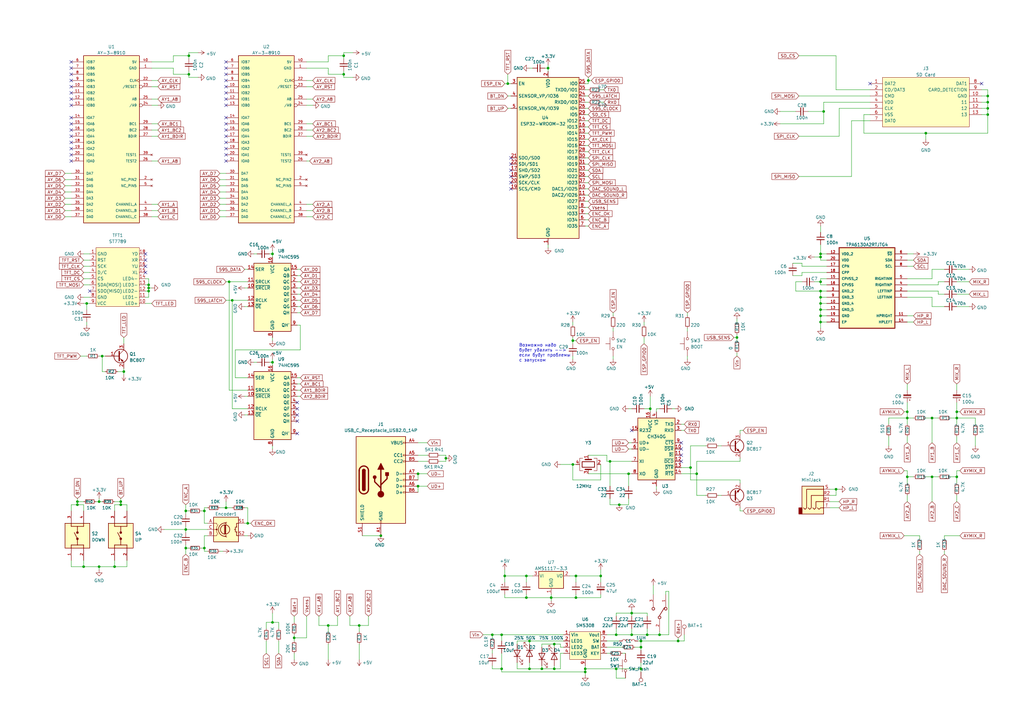
<source format=kicad_sch>
(kicad_sch (version 20250114) (generator "eeschema") (generator_version "9.0")
  (paper "A3")
  (title_block (title "ZxPod Player Rev.C") (date "2025-03-03") (company "Spawn") (comment 2 "Spawn"))
  (lib_symbols
    (symbol "1825910-7:1825910-7" (pin_names (offset 1.016) (hide yes))
      (property "Reference" "S?" (at -1.27 7.62 0))
      (property "Value" "1825910-7" (at -5.08 5.08 0))
      (symbol "1825910-7_0_0"
        (pin passive line (at -10.16 2.54 0) (length 5.08) (name "~") (number "1"))
        (pin passive line (at -10.16 -2.54 0) (length 5.08) (name "~") (number "2"))
        (pin passive line (at 10.16 2.54 180) (length 5.08) (name "~") (number "3"))
        (pin passive line (at 10.16 -2.54 180) (length 5.08) (name "~") (number "4"))
      )
    )
    (symbol "74xx:74HC595"
      (property "Reference" "U" (at -7.62 13.97 0))
      (property "Value" "74HC595" (at -7.62 -16.51 0))
      (symbol "74HC595_1_0"
        (pin input line (at -10.16 10.16 0) (length 2.54) (name "SER") (number "14"))
        (pin input line (at -10.16 5.08 0) (length 2.54) (name "SRCLK") (number "11"))
        (pin input line (at -10.16 2.54 0) (length 2.54) (name "~{SRCLR}") (number "10"))
        (pin input line (at -10.16 -2.54 0) (length 2.54) (name "RCLK") (number "12"))
        (pin input line (at -10.16 -5.08 0) (length 2.54) (name "~{OE}") (number "13"))
        (pin power_in line (at 0 15.24 270) (length 2.54) (name "VCC") (number "16"))
        (pin power_in line (at 0 -17.78 90) (length 2.54) (name "GND") (number "8"))
        (pin tri_state line (at 10.16 10.16 180) (length 2.54) (name "QA") (number "15"))
        (pin tri_state line (at 10.16 7.62 180) (length 2.54) (name "QB") (number "1"))
        (pin tri_state line (at 10.16 5.08 180) (length 2.54) (name "QC") (number "2"))
        (pin tri_state line (at 10.16 2.54 180) (length 2.54) (name "QD") (number "3"))
        (pin tri_state line (at 10.16 0 180) (length 2.54) (name "QE") (number "4"))
        (pin tri_state line (at 10.16 -2.54 180) (length 2.54) (name "QF") (number "5"))
        (pin tri_state line (at 10.16 -5.08 180) (length 2.54) (name "QG") (number "6"))
        (pin tri_state line (at 10.16 -7.62 180) (length 2.54) (name "QH") (number "7"))
        (pin output line (at 10.16 -12.7 180) (length 2.54) (name "QH'") (number "9"))
      )
    )
    (symbol "AY-3-8910_1" (pin_names (offset 1.016))
      (property "Reference" "U2" (at -3.81 39.2598 0))
      (property "Value" "AY-3-8910" (at -3.81 36.7229 0))
      (symbol "AY-3-8910_1_0_0"
        (pin bidirectional line (at -20.32 33.02 0) (length 5.08) (name "IOB7") (number "6"))
        (pin bidirectional line (at -20.32 30.48 0) (length 5.08) (name "IOB6") (number "7"))
        (pin bidirectional line (at -20.32 27.94 0) (length 5.08) (name "IOB5") (number "8"))
        (pin bidirectional line (at -20.32 25.4 0) (length 5.08) (name "IOB4") (number "9"))
        (pin bidirectional line (at -20.32 22.86 0) (length 5.08) (name "IOB3") (number "10"))
        (pin bidirectional line (at -20.32 20.32 0) (length 5.08) (name "IOB2") (number "11"))
        (pin bidirectional line (at -20.32 17.78 0) (length 5.08) (name "IOB1") (number "12"))
        (pin bidirectional line (at -20.32 15.24 0) (length 5.08) (name "IOB0") (number "13"))
        (pin bidirectional line (at -20.32 10.16 0) (length 5.08) (name "IOA7") (number "14"))
        (pin bidirectional line (at -20.32 7.62 0) (length 5.08) (name "IOA6") (number "15"))
        (pin bidirectional line (at -20.32 5.08 0) (length 5.08) (name "IOA5") (number "16"))
        (pin bidirectional line (at -20.32 2.54 0) (length 5.08) (name "IOA4") (number "17"))
        (pin bidirectional line (at -20.32 0 0) (length 5.08) (name "IOA3") (number "18"))
        (pin bidirectional line (at -20.32 -2.54 0) (length 5.08) (name "IOA2") (number "19"))
        (pin bidirectional line (at -20.32 -5.08 0) (length 5.08) (name "IOA1") (number "20"))
        (pin bidirectional line (at -20.32 -7.62 0) (length 5.08) (name "IOA0") (number "21"))
        (pin bidirectional line (at -20.32 -12.7 0) (length 5.08) (name "DA7") (number "30"))
        (pin bidirectional line (at -20.32 -15.24 0) (length 5.08) (name "DA6") (number "31"))
        (pin bidirectional line (at -20.32 -17.78 0) (length 5.08) (name "DA5") (number "32"))
        (pin bidirectional line (at -20.32 -20.32 0) (length 5.08) (name "DA4") (number "33"))
        (pin bidirectional line (at -20.32 -22.86 0) (length 5.08) (name "DA3") (number "34"))
        (pin bidirectional line (at -20.32 -25.4 0) (length 5.08) (name "DA2") (number "35"))
        (pin bidirectional line (at -20.32 -27.94 0) (length 5.08) (name "DA1") (number "36"))
        (pin bidirectional line (at -20.32 -30.48 0) (length 5.08) (name "DA0") (number "37"))
        (pin power_in line (at 12.7 33.02 180) (length 5.08) (name "5V") (number "40"))
        (pin power_in line (at 12.7 30.48 180) (length 5.08) (name "GND") (number "1"))
        (pin input clock (at 12.7 25.4 180) (length 5.08) (name "CLK") (number "22"))
        (pin input inverted (at 12.7 22.86 180) (length 5.08) (name "/RESET") (number "23"))
        (pin bidirectional line (at 12.7 17.78 180) (length 5.08) (name "A8") (number "25"))
        (pin bidirectional inverted (at 12.7 15.24 180) (length 5.08) (name "/A9") (number "24"))
        (pin input line (at 12.7 7.62 180) (length 5.08) (name "BC1") (number "29"))
        (pin input line (at 12.7 5.08 180) (length 5.08) (name "BC2") (number "28"))
        (pin input line (at 12.7 2.54 180) (length 5.08) (name "BDIR") (number "27"))
        (pin no_connect line (at 12.7 -5.08 180) (length 5.08) (name "TEST1") (number "39"))
        (pin no_connect line (at 12.7 -15.24 180) (length 5.08) (name "NC_PIN2") (number "2"))
        (pin no_connect line (at 12.7 -17.78 180) (length 5.08) (name "NC_PIN5") (number "5"))
        (pin output line (at 12.7 -25.4 180) (length 5.08) (name "CHANNEL_A") (number "4"))
        (pin output line (at 12.7 -27.94 180) (length 5.08) (name "CHANNEL_B") (number "3"))
        (pin output line (at 12.7 -30.48 180) (length 5.08) (name "CHANNEL_C") (number "38"))
      )
      (symbol "AY-3-8910_1_1_0"
        (pin input line (at 12.7 -7.62 180) (length 5.08) (name "TEST2") (number "26"))
      )
    )
    (symbol "Connector:TestPoint" (pin_numbers (hide yes)) (pin_names (offset 0.762) (hide yes))
      (property "Reference" "TP" (at 0 6.858 0))
      (property "Value" "TestPoint" (at 0 5.08 0))
      (symbol "TestPoint_1_1"
        (pin passive line (at 0 0 90) (length 2.54) (name "1") (number "1"))
      )
    )
    (symbol "Connector:USB_C_Receptacle_USB2.0_14P" (pin_names (offset 1.016))
      (property "Reference" "J" (at 0 22.225 0))
      (property "Value" "USB_C_Receptacle_USB2.0_14P" (at 0 19.685 0))
      (symbol "USB_C_Receptacle_USB2.0_14P_1_1"
        (pin passive line (at -7.62 -22.86 90) (length 5.08) (name "SHIELD") (number "S1"))
        (pin passive line (at 0 -22.86 90) (length 5.08) (name "GND") (number "A1"))
        (pin passive line (at 0 -22.86 90) (length 5.08) (hide yes) (name "GND") (number "A12"))
        (pin passive line (at 0 -22.86 90) (length 5.08) (hide yes) (name "GND") (number "B1"))
        (pin passive line (at 0 -22.86 90) (length 5.08) (hide yes) (name "GND") (number "B12"))
        (pin passive line (at 15.24 15.24 180) (length 5.08) (name "VBUS") (number "A4"))
        (pin passive line (at 15.24 15.24 180) (length 5.08) (hide yes) (name "VBUS") (number "A9"))
        (pin passive line (at 15.24 15.24 180) (length 5.08) (hide yes) (name "VBUS") (number "B4"))
        (pin passive line (at 15.24 15.24 180) (length 5.08) (hide yes) (name "VBUS") (number "B9"))
        (pin bidirectional line (at 15.24 10.16 180) (length 5.08) (name "CC1") (number "A5"))
        (pin bidirectional line (at 15.24 7.62 180) (length 5.08) (name "CC2") (number "B5"))
        (pin bidirectional line (at 15.24 2.54 180) (length 5.08) (name "D-") (number "A7"))
        (pin bidirectional line (at 15.24 0 180) (length 5.08) (name "D-") (number "B7"))
        (pin bidirectional line (at 15.24 -2.54 180) (length 5.08) (name "D+") (number "A6"))
        (pin bidirectional line (at 15.24 -5.08 180) (length 5.08) (name "D+") (number "B6"))
      )
    )
    (symbol "Connector_Audio:AudioJack4"
      (property "Reference" "J" (at 0 8.89 0))
      (property "Value" "AudioJack4" (at 0 6.35 0))
      (symbol "AudioJack4_1_1"
        (pin passive line (at 5.08 2.54 180) (length 2.54) (name "~") (number "S"))
        (pin passive line (at 5.08 0 180) (length 2.54) (name "~") (number "R2"))
        (pin passive line (at 5.08 -2.54 180) (length 2.54) (name "~") (number "R1"))
        (pin passive line (at 5.08 -5.08 180) (length 2.54) (name "~") (number "T"))
      )
    )
    (symbol "Device:C_Polarized_Small" (pin_numbers (hide yes)) (pin_names (offset 0.254) (hide yes))
      (property "Reference" "C" (at 0.254 1.778 0))
      (property "Value" "C_Polarized_Small" (at 0.254 -2.032 0))
      (symbol "C_Polarized_Small_1_1"
        (pin passive line (at 0 2.54 270) (length 1.8542) (name "~") (number "1"))
        (pin passive line (at 0 -2.54 90) (length 1.8542) (name "~") (number "2"))
      )
    )
    (symbol "Device:C_Small" (pin_numbers (hide yes)) (pin_names (offset 0.254) (hide yes))
      (property "Reference" "C" (at 0.254 1.778 0))
      (property "Value" "C_Small" (at 0.254 -2.032 0))
      (symbol "C_Small_1_1"
        (pin passive line (at 0 2.54 270) (length 2.032) (name "~") (number "1"))
        (pin passive line (at 0 -2.54 90) (length 2.032) (name "~") (number "2"))
      )
    )
    (symbol "Device:Crystal_GND24" (pin_names (offset 1.016) (hide yes))
      (property "Reference" "Y" (at 3.175 5.08 0))
      (property "Value" "Crystal_GND24" (at 3.175 3.175 0))
      (symbol "Crystal_GND24_1_1"
        (pin passive line (at -3.81 0 0) (length 1.27) (name "1") (number "1"))
        (pin passive line (at 0 5.08 270) (length 1.27) (name "2") (number "2"))
        (pin passive line (at 0 -5.08 90) (length 1.27) (name "4") (number "4"))
        (pin passive line (at 3.81 0 180) (length 1.27) (name "3") (number "3"))
      )
    )
    (symbol "Device:L" (pin_numbers (hide yes)) (pin_names (offset 1.016) (hide yes))
      (property "Reference" "L" (at -1.27 0 90))
      (property "Value" "L" (at 1.905 0 90))
      (symbol "L_1_1"
        (pin passive line (at 0 3.81 270) (length 1.27) (name "1") (number "1"))
        (pin passive line (at 0 -3.81 90) (length 1.27) (name "2") (number "2"))
      )
    )
    (symbol "Device:LED" (pin_numbers (hide yes)) (pin_names (offset 1.016) (hide yes))
      (property "Reference" "D" (at 0 2.54 0))
      (property "Value" "LED" (at 0 -2.54 0))
      (symbol "LED_1_1"
        (pin passive line (at -3.81 0 0) (length 2.54) (name "K") (number "1"))
        (pin passive line (at 3.81 0 180) (length 2.54) (name "A") (number "2"))
      )
    )
    (symbol "Device:R_Small" (pin_numbers (hide yes)) (pin_names (offset 0.254) (hide yes))
      (property "Reference" "R" (at 0.762 0.508 0))
      (property "Value" "R_Small" (at 0.762 -1.016 0))
      (symbol "R_Small_1_1"
        (pin passive line (at 0 2.54 270) (length 0.762) (name "~") (number "1"))
        (pin passive line (at 0 -2.54 90) (length 0.762) (name "~") (number "2"))
      )
    )
    (symbol "Device:RotaryEncoder_Switch" (pin_names (offset 0.254) (hide yes))
      (property "Reference" "SW" (at 0 6.604 0))
      (property "Value" "RotaryEncoder_Switch" (at 0 -6.604 0))
      (symbol "RotaryEncoder_Switch_1_1"
        (pin passive line (at -7.62 2.54 0) (length 2.54) (name "A") (number "A"))
        (pin passive line (at -7.62 0 0) (length 2.54) (name "C") (number "C"))
        (pin passive line (at -7.62 -2.54 0) (length 2.54) (name "B") (number "B"))
        (pin passive line (at 7.62 2.54 180) (length 2.54) (name "S1") (number "S1"))
        (pin passive line (at 7.62 -2.54 180) (length 2.54) (name "S2") (number "S2"))
      )
    )
    (symbol "EG1213:EG1213" (pin_names (offset 1.016) (hide yes))
      (symbol "EG1213_0_0"
        (pin passive line (at -7.62 2.54 0) (length 5.08) (name "~") (number "1"))
        (pin passive line (at -7.62 -2.54 0) (length 5.08) (name "~") (number "3"))
        (pin passive line (at 7.62 0 180) (length 5.08) (name "~") (number "2"))
      )
    )
    (symbol "GND_4" (power) (pin_names (offset 0))
      (property "Value" "GND_4" (at 0 -3.81 0))
      (symbol "GND_4_1_1"
        (pin power_in line (at 0 0 270) (length 0) (hide yes) (name "GND") (number "1"))
      )
    )
    (symbol "Interface_USB:CH340G"
      (property "Reference" "U" (at -5.08 13.97 0))
      (property "Value" "CH340G" (at 1.27 13.97 0))
      (symbol "CH340G_1_1"
        (pin input line (at -10.16 7.62 0) (length 2.54) (name "R232") (number "15"))
        (pin bidirectional line (at -10.16 2.54 0) (length 2.54) (name "UD+") (number "5"))
        (pin bidirectional line (at -10.16 0 0) (length 2.54) (name "UD-") (number "6"))
        (pin input line (at -10.16 -5.08 0) (length 2.54) (name "XI") (number "7"))
        (pin output line (at -10.16 -10.16 0) (length 2.54) (name "XO") (number "8"))
        (pin power_in line (at -2.54 15.24 270) (length 2.54) (name "VCC") (number "16"))
        (pin power_out line (at 0 15.24 270) (length 2.54) (name "V3") (number "4"))
        (pin power_in line (at 0 -15.24 90) (length 2.54) (name "GND") (number "1"))
        (pin output line (at 10.16 10.16 180) (length 2.54) (name "TXD") (number "2"))
        (pin input line (at 10.16 7.62 180) (length 2.54) (name "RXD") (number "3"))
        (pin input line (at 10.16 2.54 180) (length 2.54) (name "~{CTS}") (number "9"))
        (pin input line (at 10.16 0 180) (length 2.54) (name "~{DSR}") (number "10"))
        (pin input line (at 10.16 -2.54 180) (length 2.54) (name "~{RI}") (number "11"))
        (pin input line (at 10.16 -5.08 180) (length 2.54) (name "~{DCD}") (number "12"))
        (pin output line (at 10.16 -7.62 180) (length 2.54) (name "~{DTR}") (number "13"))
        (pin output line (at 10.16 -10.16 180) (length 2.54) (name "~{RTS}") (number "14"))
      )
    )
    (symbol "Module:SM5308"
      (property "Reference" "U" (at 0 8.89 0))
      (property "Value" "SM5308" (at 0 6.35 0))
      (symbol "SM5308_1_1"
        (pin power_in line (at -8.89 3.81 0) (length 2.54) (name "Vin") (number "1"))
        (pin output line (at -8.89 1.27 0) (length 2.54) (name "LED1") (number "2"))
        (pin output line (at -8.89 -1.27 0) (length 2.54) (name "LED2") (number "3"))
        (pin output line (at -8.89 -3.81 0) (length 2.54) (name "LED3") (number "4"))
        (pin power_in line (at 0 -8.89 90) (length 2.54) (name "GND") (number "9"))
        (pin power_out line (at 8.89 3.81 180) (length 2.54) (name "Vout") (number "8"))
        (pin input line (at 8.89 1.27 180) (length 2.54) (name "SW") (number "7"))
        (pin power_in line (at 8.89 -1.27 180) (length 2.54) (name "BAT") (number "6"))
        (pin input line (at 8.89 -3.81 180) (length 2.54) (name "KEY") (number "5"))
      )
    )
    (symbol "RF_Module:ESP32-WROOM-32"
      (property "Reference" "U4" (at -2.54 16.51 0))
      (property "Value" "ESP32-WROOM-32" (at -11.43 13.97 0))
      (symbol "ESP32-WROOM-32_1_1"
        (pin input line (at -15.24 30.48 0) (length 2.54) (name "EN") (number "3"))
        (pin input line (at -15.24 25.4 0) (length 2.54) (name "SENSOR_VP/IO36") (number "4"))
        (pin input line (at -15.24 20.32 0) (length 2.54) (name "SENSOR_VN/IO39") (number "5"))
        (pin bidirectional line (at -15.24 0 0) (length 2.54) (name "SDO/SD0") (number "21"))
        (pin bidirectional line (at -15.24 -2.54 0) (length 2.54) (name "SDI/SD1") (number "22"))
        (pin bidirectional line (at -15.24 -5.08 0) (length 2.54) (name "SHD/SD2") (number "17"))
        (pin bidirectional line (at -15.24 -7.62 0) (length 2.54) (name "SWP/SD3") (number "18"))
        (pin bidirectional line (at -15.24 -10.16 0) (length 2.54) (name "SCK/CLK") (number "20"))
        (pin bidirectional line (at -15.24 -12.7 0) (length 2.54) (name "SCS/CMD") (number "19"))
        (pin no_connect line (at -12.7 -27.94 0) (length 2.54) (hide yes) (name "NC") (number "32"))
        (pin power_in line (at 0 35.56 270) (length 2.54) (name "VDD") (number "2"))
        (pin power_in line (at 0 -35.56 90) (length 2.54) (name "GND") (number "1"))
        (pin passive line (at 0 -35.56 90) (length 2.54) (hide yes) (name "GND") (number "15"))
        (pin passive line (at 0 -35.56 90) (length 2.54) (hide yes) (name "GND") (number "38"))
        (pin passive line (at 0 -35.56 90) (length 2.54) (hide yes) (name "GND") (number "39"))
        (pin bidirectional line (at 15.24 30.48 180) (length 2.54) (name "IO0") (number "25"))
        (pin bidirectional line (at 15.24 27.94 180) (length 2.54) (name "TXD0/IO1") (number "35"))
        (pin bidirectional line (at 15.24 25.4 180) (length 2.54) (name "IO2") (number "24"))
        (pin bidirectional line (at 15.24 22.86 180) (length 2.54) (name "RXD0/IO3") (number "34"))
        (pin bidirectional line (at 15.24 20.32 180) (length 2.54) (name "IO4") (number "26"))
        (pin bidirectional line (at 15.24 17.78 180) (length 2.54) (name "IO5") (number "29"))
        (pin bidirectional line (at 15.24 15.24 180) (length 2.54) (name "IO12") (number "14"))
        (pin bidirectional line (at 15.24 12.7 180) (length 2.54) (name "IO13") (number "16"))
        (pin bidirectional line (at 15.24 10.16 180) (length 2.54) (name "IO14") (number "13"))
        (pin bidirectional line (at 15.24 7.62 180) (length 2.54) (name "IO15") (number "23"))
        (pin bidirectional line (at 15.24 5.08 180) (length 2.54) (name "IO16") (number "27"))
        (pin bidirectional line (at 15.24 2.54 180) (length 2.54) (name "IO17") (number "28"))
        (pin bidirectional line (at 15.24 0 180) (length 2.54) (name "IO18") (number "30"))
        (pin bidirectional line (at 15.24 -2.54 180) (length 2.54) (name "IO19") (number "31"))
        (pin bidirectional line (at 15.24 -5.08 180) (length 2.54) (name "IO21") (number "33"))
        (pin bidirectional line (at 15.24 -7.62 180) (length 2.54) (name "IO22") (number "36"))
        (pin bidirectional line (at 15.24 -10.16 180) (length 2.54) (name "IO23") (number "37"))
        (pin bidirectional line (at 15.24 -12.7 180) (length 2.54) (name "DAC1/IO25") (number "10"))
        (pin bidirectional line (at 15.24 -15.24 180) (length 2.54) (name "DAC2/IO26") (number "11"))
        (pin bidirectional line (at 15.24 -17.78 180) (length 2.54) (name "IO27") (number "12"))
        (pin bidirectional line (at 15.24 -20.32 180) (length 2.54) (name "IO32") (number "8"))
        (pin bidirectional line (at 15.24 -22.86 180) (length 2.54) (name "IO33") (number "9"))
        (pin input line (at 15.24 -25.4 180) (length 2.54) (name "IO34") (number "6"))
        (pin input line (at 15.24 -27.94 180) (length 2.54) (name "IO35") (number "7"))
      )
    )
    (symbol "Regulator_Linear:AMS1117-3.3" (pin_names (offset 0.254))
      (property "Reference" "U" (at -3.81 3.175 0))
      (property "Value" "AMS1117-3.3" (at 0 3.175 0))
      (symbol "AMS1117-3.3_1_1"
        (pin power_in line (at -7.62 0 0) (length 2.54) (name "VI") (number "3"))
        (pin power_in line (at 0 -7.62 90) (length 2.54) (name "GND") (number "1"))
        (pin power_out line (at 7.62 0 180) (length 2.54) (name "VO") (number "2"))
      )
    )
    (symbol "ST7789:ST7789"
      (property "Reference" "TFT" (at 0 0 0))
      (property "Value" "ST7789" (at 0 2.54 0))
      (symbol "ST7789_1_1"
        (pin power_in line (at -11.43 7.62 0) (length 2.54) (name "GND") (number "1"))
        (pin input line (at -11.43 5.08 0) (length 2.54) (name "RST") (number "2"))
        (pin input line (at -11.43 2.54 0) (length 2.54) (name "SCK") (number "3"))
        (pin input line (at -11.43 0 0) (length 2.54) (name "D/C") (number "4"))
        (pin input line (at -11.43 -2.54 0) (length 2.54) (name "CS") (number "5"))
        (pin input line (at -11.43 -5.08 0) (length 2.54) (name "SDA(MOSI)") (number "6"))
        (pin output line (at -11.43 -7.62 0) (length 2.54) (name "SDO(MISO)") (number "7"))
        (pin power_in line (at -11.43 -10.16 0) (length 2.54) (name "GND") (number "8"))
        (pin power_in line (at -11.43 -12.7 0) (length 2.54) (name "VCC") (number "9"))
        (pin output line (at 11.43 7.62 180) (length 2.54) (name "YD") (number "18"))
        (pin output line (at 11.43 5.08 180) (length 2.54) (name "XR") (number "17"))
        (pin output line (at 11.43 2.54 180) (length 2.54) (name "YU") (number "16"))
        (pin output line (at 11.43 0 180) (length 2.54) (name "XL") (number "15"))
        (pin power_in line (at 11.43 -2.54 180) (length 2.54) (name "LED4-") (number "14"))
        (pin power_in line (at 11.43 -5.08 180) (length 2.54) (name "LED3-") (number "13"))
        (pin power_in line (at 11.43 -7.62 180) (length 2.54) (name "LED2-") (number "12"))
        (pin power_in line (at 11.43 -10.16 180) (length 2.54) (name "LED1-") (number "11"))
        (pin power_in line (at 11.43 -12.7 180) (length 2.54) (name "LED+") (number "10"))
      )
    )
    (symbol "SW_MEC_5G_1" (pin_numbers (hide yes)) (pin_names (offset 1.016) (hide yes))
      (property "Reference" "SW3" (at 1.27 -1.27 90))
      (property "Value" "BOOT" (at -1.27 -1.27 90))
      (symbol "SW_MEC_5G_1_1_1"
        (pin passive line (at -5.08 0 0) (length 2.54) (name "A") (number "1"))
        (pin passive line (at 5.08 0 180) (length 2.54) (name "B") (number "2"))
      )
    )
    (symbol "Switch:SW_MEC_5G" (pin_numbers (hide yes)) (pin_names (offset 1.016) (hide yes))
      (property "Reference" "SW2" (at 1.27 -1.27 90))
      (property "Value" "EN" (at -1.27 -1.27 90))
      (symbol "SW_MEC_5G_1_0"
        (pin passive line (at 5.08 0 180) (length 2.54) (name "B") (number "2"))
      )
      (symbol "SW_MEC_5G_1_1"
        (pin passive line (at -5.08 0 0) (length 2.54) (name "A") (number "1"))
      )
    )
    (symbol "Switch:SW_Push" (pin_numbers (hide yes)) (pin_names (offset 1.016) (hide yes))
      (property "Reference" "SW" (at 1.27 2.54 0))
      (property "Value" "SW_Push" (at 0 -1.524 0))
      (symbol "SW_Push_0_1"
        (pin passive line (at -5.08 0 0) (length 2.54) (name "1") (number "1"))
        (pin passive line (at 5.08 0 180) (length 2.54) (name "2") (number "2"))
      )
    )
    (symbol "TFP09-2-12B:TFP09-2-12B" (pin_names (offset 0.762))
      (property "Reference" "J?" (at 21.59 6.35 0))
      (property "Value" "TFP09-2-12B" (at 16.51 3.81 0))
      (symbol "TFP09-2-12B_0_0"
        (pin passive line (at 0 0 0) (length 5.08) (name "DAT2") (number "1"))
        (pin passive line (at 0 -2.54 0) (length 5.08) (name "CD/DAT3") (number "2"))
        (pin passive line (at 0 -5.08 0) (length 5.08) (name "CMD") (number "3"))
        (pin passive line (at 0 -7.62 0) (length 5.08) (name "VDD") (number "4"))
        (pin passive line (at 0 -10.16 0) (length 5.08) (name "CLK") (number "5"))
        (pin passive line (at 0 -12.7 0) (length 5.08) (name "VSS") (number "6"))
        (pin passive line (at 0 -15.24 0) (length 5.08) (name "DAT0") (number "7"))
        (pin passive line (at 45.72 0 180) (length 5.08) (name "DAT1") (number "8"))
        (pin passive line (at 45.72 -2.54 180) (length 5.08) (name "CARD_DETECTION") (number "9"))
        (pin passive line (at 45.72 -5.08 180) (length 5.08) (name "GND") (number "10"))
        (pin passive line (at 45.72 -7.62 180) (length 5.08) (name "11") (number "11"))
        (pin passive line (at 45.72 -10.16 180) (length 5.08) (name "12") (number "12"))
        (pin passive line (at 45.72 -12.7 180) (length 5.08) (name "13") (number "13"))
      )
    )
    (symbol "Transistor_BJT:BC807" (pin_names (offset 0) (hide yes))
      (property "Reference" "Q" (at 5.08 1.905 0))
      (property "Value" "BC807" (at 5.08 0 0))
      (symbol "BC807_1_1"
        (pin input line (at -5.08 0 0) (length 5.715) (name "B") (number "1"))
        (pin passive line (at 2.54 5.08 270) (length 2.54) (name "C") (number "3"))
        (pin passive line (at 2.54 -5.08 90) (length 2.54) (name "E") (number "2"))
      )
    )
    (symbol "Transistor_BJT:BC817" (pin_names (offset 0) (hide yes))
      (property "Reference" "Q" (at 5.08 1.905 0))
      (property "Value" "BC817" (at 5.08 0 0))
      (symbol "BC817_1_1"
        (pin input line (at -5.08 0 0) (length 5.715) (name "B") (number "1"))
        (pin passive line (at 2.54 5.08 270) (length 2.54) (name "C") (number "3"))
        (pin passive line (at 2.54 -5.08 90) (length 2.54) (name "E") (number "2"))
      )
    )
    (symbol "ay-3-8910my:AY-3-8910" (pin_names (offset 1.016))
      (property "Reference" "U1" (at -3.81 39.2598 0))
      (property "Value" "AY-3-8910" (at -3.81 36.7229 0))
      (symbol "AY-3-8910_0_0"
        (pin bidirectional line (at -20.32 33.02 0) (length 5.08) (name "IOB7") (number "6"))
        (pin bidirectional line (at -20.32 30.48 0) (length 5.08) (name "IOB6") (number "7"))
        (pin bidirectional line (at -20.32 27.94 0) (length 5.08) (name "IOB5") (number "8"))
        (pin bidirectional line (at -20.32 25.4 0) (length 5.08) (name "IOB4") (number "9"))
        (pin bidirectional line (at -20.32 22.86 0) (length 5.08) (name "IOB3") (number "10"))
        (pin bidirectional line (at -20.32 20.32 0) (length 5.08) (name "IOB2") (number "11"))
        (pin bidirectional line (at -20.32 17.78 0) (length 5.08) (name "IOB1") (number "12"))
        (pin bidirectional line (at -20.32 15.24 0) (length 5.08) (name "IOB0") (number "13"))
        (pin bidirectional line (at -20.32 10.16 0) (length 5.08) (name "IOA7") (number "14"))
        (pin bidirectional line (at -20.32 7.62 0) (length 5.08) (name "IOA6") (number "15"))
        (pin bidirectional line (at -20.32 5.08 0) (length 5.08) (name "IOA5") (number "16"))
        (pin bidirectional line (at -20.32 2.54 0) (length 5.08) (name "IOA4") (number "17"))
        (pin bidirectional line (at -20.32 0 0) (length 5.08) (name "IOA3") (number "18"))
        (pin bidirectional line (at -20.32 -2.54 0) (length 5.08) (name "IOA2") (number "19"))
        (pin bidirectional line (at -20.32 -5.08 0) (length 5.08) (name "IOA1") (number "20"))
        (pin bidirectional line (at -20.32 -7.62 0) (length 5.08) (name "IOA0") (number "21"))
        (pin bidirectional line (at -20.32 -12.7 0) (length 5.08) (name "DA7") (number "30"))
        (pin bidirectional line (at -20.32 -15.24 0) (length 5.08) (name "DA6") (number "31"))
        (pin bidirectional line (at -20.32 -17.78 0) (length 5.08) (name "DA5") (number "32"))
        (pin bidirectional line (at -20.32 -20.32 0) (length 5.08) (name "DA4") (number "33"))
        (pin bidirectional line (at -20.32 -22.86 0) (length 5.08) (name "DA3") (number "34"))
        (pin bidirectional line (at -20.32 -25.4 0) (length 5.08) (name "DA2") (number "35"))
        (pin bidirectional line (at -20.32 -27.94 0) (length 5.08) (name "DA1") (number "36"))
        (pin bidirectional line (at -20.32 -30.48 0) (length 5.08) (name "DA0") (number "37"))
        (pin power_in line (at 12.7 33.02 180) (length 5.08) (name "5V") (number "40"))
        (pin power_in line (at 12.7 30.48 180) (length 5.08) (name "GND") (number "1"))
        (pin input clock (at 12.7 25.4 180) (length 5.08) (name "CLK") (number "22"))
        (pin input inverted (at 12.7 22.86 180) (length 5.08) (name "/RESET") (number "23"))
        (pin bidirectional line (at 12.7 17.78 180) (length 5.08) (name "A8") (number "25"))
        (pin bidirectional inverted (at 12.7 15.24 180) (length 5.08) (name "/A9") (number "24"))
        (pin input line (at 12.7 7.62 180) (length 5.08) (name "BC1") (number "29"))
        (pin input line (at 12.7 5.08 180) (length 5.08) (name "BC2") (number "28"))
        (pin input line (at 12.7 2.54 180) (length 5.08) (name "BDIR") (number "27"))
        (pin no_connect line (at 12.7 -5.08 180) (length 5.08) (name "TEST1") (number "39"))
        (pin no_connect line (at 12.7 -15.24 180) (length 5.08) (name "NC_PIN2") (number "2"))
        (pin no_connect line (at 12.7 -17.78 180) (length 5.08) (name "NC_PIN5") (number "5"))
        (pin output line (at 12.7 -25.4 180) (length 5.08) (name "CHANNEL_A") (number "4"))
        (pin output line (at 12.7 -27.94 180) (length 5.08) (name "CHANNEL_B") (number "3"))
        (pin output line (at 12.7 -30.48 180) (length 5.08) (name "CHANNEL_C") (number "38"))
      )
      (symbol "AY-3-8910_1_0"
        (pin input line (at 12.7 -7.62 180) (length 5.08) (name "TEST2") (number "26"))
      )
    )
    (symbol "power:+3.3V" (power) (pin_names (offset 0))
      (property "Value" "+3.3V" (at 0 3.556 0))
      (symbol "+3.3V_1_1"
        (pin power_in line (at 0 0 90) (length 0) (hide yes) (name "+3.3V") (number "1"))
      )
    )
    (symbol "power:+5V" (power) (pin_names (offset 0))
      (property "Value" "+5V" (at 0 3.556 0))
      (symbol "+5V_1_1"
        (pin power_in line (at 0 0 90) (length 0) (hide yes) (name "+5V") (number "1"))
      )
    )
    (symbol "power:GND" (power) (pin_names (offset 0))
      (property "Value" "GND" (at 0 -3.81 0))
      (symbol "GND_1_1"
        (pin power_in line (at 0 0 270) (length 0) (hide yes) (name "GND") (number "1"))
      )
    )
    (symbol "tpa6130a2rtjtg4my:TPA6130A2RTJTG4" (pin_names (offset 1.016))
      (property "Reference" "U7" (at 12.7 36.83 0))
      (property "Value" "TPA6130A2RTJTG4" (at 12.7 34.29 0))
      (symbol "TPA6130A2RTJTG4_0_0"
        (pin power_in line (at -5.08 30.48 0) (length 5.08) (name "VDD_2") (number "12"))
        (pin power_in line (at -5.08 27.94 0) (length 5.08) (name "VDD") (number "20"))
        (pin power_in line (at -5.08 25.4 0) (length 5.08) (name "CPN") (number "17"))
        (pin power_in line (at -5.08 22.86 0) (length 5.08) (name "CPP") (number "18"))
        (pin power_in line (at -5.08 20.32 0) (length 5.08) (name "CPVSS_2") (number "15"))
        (pin power_in line (at -5.08 17.78 0) (length 5.08) (name "CPVSS") (number "16"))
        (pin passive line (at -5.08 15.24 0) (length 5.08) (name "GND_2") (number "3"))
        (pin passive line (at -5.08 12.7 0) (length 5.08) (name "GND_3") (number "9"))
        (pin passive line (at -5.08 10.16 0) (length 5.08) (name "GND_4") (number "10"))
        (pin passive line (at -5.08 7.62 0) (length 5.08) (name "GND_5") (number "13"))
        (pin passive line (at -5.08 5.08 0) (length 5.08) (name "GND") (number "19"))
        (pin passive line (at -5.08 2.54 0) (length 5.08) (name "EP") (number "21"))
        (pin input line (at 27.94 30.48 180) (length 5.08) (name "~{SD}") (number "6"))
        (pin bidirectional line (at 27.94 27.94 180) (length 5.08) (name "SDA") (number "7"))
        (pin input line (at 27.94 25.4 180) (length 5.08) (name "SCL") (number "8"))
        (pin input line (at 27.94 20.32 180) (length 5.08) (name "RIGHTINM") (number "5"))
        (pin input line (at 27.94 17.78 180) (length 5.08) (name "RIGHTINP") (number "4"))
        (pin input line (at 27.94 15.24 180) (length 5.08) (name "LEFTINP") (number "2"))
        (pin input line (at 27.94 12.7 180) (length 5.08) (name "LEFTINM") (number "1"))
        (pin output line (at 27.94 5.08 180) (length 5.08) (name "HPRIGHT") (number "11"))
        (pin output line (at 27.94 2.54 180) (length 5.08) (name "HPLEFT") (number "14"))
      )
    )
  )
  (text "Возможно надо\nбудет удалить -->\nесли будут проблемы\nс запуском" (at 212.852 148.59 0) (effects (font (size 1.27 1.27)) (justify left bottom)))
  (junction (at 41.91 146.05))
  (junction (at 262.89 265.43))
  (junction (at 31.75 205.74))
  (junction (at 234.95 139.7))
  (junction (at 92.71 208.28))
  (junction (at 77.47 22.86))
  (junction (at 111.76 104.14))
  (junction (at 120.65 261.62))
  (junction (at 77.47 30.48))
  (junction (at 382.27 195.58))
  (junction (at 405.13 39.37))
  (junction (at 83.82 224.79))
  (junction (at 208.28 34.29))
  (junction (at 111.76 255.27))
  (junction (at 49.53 207.01))
  (junction (at 215.9 236.22))
  (junction (at 372.11 195.58))
  (junction (at 336.55 124.46))
  (junction (at 342.9 200.66))
  (junction (at 222.25 274.32))
  (junction (at 140.97 30.48))
  (junction (at 278.13 262.89))
  (junction (at 46.99 232.41))
  (junction (at 252.73 274.32))
  (junction (at 34.29 232.41))
  (junction (at 392.43 168.91))
  (junction (at 226.06 245.11))
  (junction (at 372.11 171.45))
  (junction (at 76.2 217.17))
  (junction (at 337.82 45.72))
  (junction (at 140.97 22.86))
  (junction (at 171.45 194.31))
  (junction (at 270.51 260.35))
  (junction (at 217.17 262.89))
  (junction (at 240.03 275.59))
  (junction (at 201.93 260.35))
  (junction (at 382.27 171.45))
  (junction (at 259.08 260.35))
  (junction (at 240.03 274.32))
  (junction (at 336.55 129.54))
  (junction (at 392.43 195.58))
  (junction (at 182.88 187.96))
  (junction (at 205.74 260.35))
  (junction (at 336.55 127))
  (junction (at 224.79 27.94))
  (junction (at 207.01 236.22))
  (junction (at 379.73 54.61))
  (junction (at 266.7 167.64))
  (junction (at 302.26 138.43))
  (junction (at 227.33 274.32))
  (junction (at 405.13 44.45))
  (junction (at 40.64 232.41))
  (junction (at 217.17 274.32))
  (junction (at 265.43 260.35))
  (junction (at 285.75 194.31))
  (junction (at 205.74 274.32))
  (junction (at 40.64 205.74))
  (junction (at 246.38 236.22))
  (junction (at 405.13 41.91))
  (junction (at 31.75 207.01))
  (junction (at 93.98 115.57))
  (junction (at 171.45 199.39))
  (junction (at 35.56 124.46))
  (junction (at 336.55 115.57))
  (junction (at 95.25 123.19))
  (junction (at 111.76 148.59))
  (junction (at 227.33 264.16))
  (junction (at 259.08 251.46))
  (junction (at 134.62 256.54))
  (junction (at 76.2 224.79))
  (junction (at 336.55 132.08))
  (junction (at 60.96 118.11))
  (junction (at 215.9 245.11))
  (junction (at 49.53 205.74))
  (junction (at 147.32 256.54))
  (junction (at 241.3 33.02))
  (junction (at 392.43 171.45))
  (junction (at 236.22 245.11))
  (junction (at 156.21 219.71))
  (junction (at 60.96 116.84))
  (junction (at 250.19 189.23))
  (junction (at 50.8 152.4))
  (junction (at 262.89 274.32))
  (junction (at 60.96 119.38))
  (junction (at 236.22 236.22))
  (junction (at 405.13 46.99))
  (junction (at 257.81 194.31))
  (junction (at 336.55 119.38))
  (junction (at 283.21 191.77))
  (junction (at 372.11 168.91))
  (junction (at 101.6 214.63))
  (junction (at 336.55 121.92))
  (junction (at 252.73 260.35))
  (junction (at 76.2 209.55))
  (junction (at 234.95 190.5))
  (junction (at 336.55 105.41))
  (junction (at 83.82 209.55))
  (junction (at 336.55 104.14))
  (junction (at 254 207.01))
  (junction (at 262.89 262.89))
  (no_connect (at 279.4 181.61))
  (no_connect (at 92.71 38.1))
  (no_connect (at 92.71 63.5))
  (no_connect (at 209.55 72.39))
  (no_connect (at 92.71 50.8))
  (no_connect (at 92.71 48.26))
  (no_connect (at 121.92 177.8))
  (no_connect (at 36.83 119.38))
  (no_connect (at 121.92 172.72))
  (no_connect (at 59.69 109.22))
  (no_connect (at 259.08 176.53))
  (no_connect (at 59.69 111.76))
  (no_connect (at 92.71 55.88))
  (no_connect (at 92.71 27.94))
  (no_connect (at 279.4 184.15))
  (no_connect (at 279.4 189.23))
  (no_connect (at 209.55 74.93))
  (no_connect (at 29.21 60.96))
  (no_connect (at 29.21 25.4))
  (no_connect (at 29.21 58.42))
  (no_connect (at 29.21 66.04))
  (no_connect (at 29.21 63.5))
  (no_connect (at 29.21 55.88))
  (no_connect (at 29.21 53.34))
  (no_connect (at 29.21 50.8))
  (no_connect (at 29.21 48.26))
  (no_connect (at 29.21 40.64))
  (no_connect (at 29.21 38.1))
  (no_connect (at 29.21 43.18))
  (no_connect (at 29.21 35.56))
  (no_connect (at 29.21 27.94))
  (no_connect (at 29.21 33.02))
  (no_connect (at 29.21 30.48))
  (no_connect (at 209.55 67.31))
  (no_connect (at 209.55 64.77))
  (no_connect (at 92.71 43.18))
  (no_connect (at 92.71 53.34))
  (no_connect (at 209.55 77.47))
  (no_connect (at 92.71 58.42))
  (no_connect (at 279.4 186.69))
  (no_connect (at 121.92 170.18))
  (no_connect (at 59.69 104.14))
  (no_connect (at 92.71 25.4))
  (no_connect (at 92.71 35.56))
  (no_connect (at 92.71 30.48))
  (no_connect (at 356.87 34.29))
  (no_connect (at 402.59 34.29))
  (no_connect (at 92.71 33.02))
  (no_connect (at 59.69 106.68))
  (no_connect (at 92.71 66.04))
  (no_connect (at 92.71 60.96))
  (no_connect (at 121.92 165.1))
  (no_connect (at 92.71 40.64))
  (no_connect (at 209.55 69.85))
  (no_connect (at 121.92 167.64))
  (wire (pts (xy 180.34 189.23) (xy 182.88 189.23)))
  (wire (pts (xy 134.62 22.86) (xy 140.97 22.86)))
  (wire (pts (xy 227.33 264.16) (xy 229.87 264.16)))
  (wire (pts (xy 250.19 207.01) (xy 254 207.01)))
  (wire (pts (xy 251.46 128.27) (xy 251.46 129.54)))
  (wire (pts (xy 49.53 204.47) (xy 49.53 205.74)))
  (wire (pts (xy 240.03 44.45) (xy 241.3 44.45)))
  (wire (pts (xy 372.11 165.1) (xy 372.11 168.91)))
  (wire (pts (xy 372.11 109.22) (xy 374.65 109.22)))
  (wire (pts (xy 336.55 132.08) (xy 339.09 132.08)))
  (wire (pts (xy 120.65 267.97) (xy 120.65 270.51)))
  (wire (pts (xy 111.76 184.15) (xy 111.76 182.88)))
  (wire (pts (xy 241.3 186.69) (xy 248.92 186.69)))
  (wire (pts (xy 372.11 168.91) (xy 372.11 171.45)))
  (wire (pts (xy 59.69 116.84) (xy 60.96 116.84)))
  (wire (pts (xy 240.03 74.93) (xy 241.3 74.93)))
  (wire (pts (xy 62.23 25.4) (xy 71.12 25.4)))
  (wire (pts (xy 392.43 168.91) (xy 392.43 171.45)))
  (wire (pts (xy 50.8 138.43) (xy 50.8 140.97)))
  (wire (pts (xy 281.94 146.05) (xy 281.94 147.32)))
  (wire (pts (xy 300.99 138.43) (xy 302.26 138.43)))
  (wire (pts (xy 67.31 217.17) (xy 76.2 217.17)))
  (wire (pts (xy 349.25 72.39) (xy 349.25 49.53)))
  (wire (pts (xy 201.93 273.05) (xy 201.93 274.32)))
  (wire (pts (xy 405.13 41.91) (xy 405.13 44.45)))
  (wire (pts (xy 34.29 124.46) (xy 35.56 124.46)))
  (wire (pts (xy 140.97 31.75) (xy 140.97 30.48)))
  (wire (pts (xy 76.2 209.55) (xy 77.47 209.55)))
  (wire (pts (xy 339.09 114.3) (xy 336.55 114.3)))
  (wire (pts (xy 326.39 119.38) (xy 336.55 119.38)))
  (wire (pts (xy 77.47 22.86) (xy 77.47 21.59)))
  (wire (pts (xy 226.06 245.11) (xy 236.22 245.11)))
  (wire (pts (xy 180.34 186.69) (xy 182.88 186.69)))
  (wire (pts (xy 227.33 265.43) (xy 227.33 264.16)))
  (wire (pts (xy 205.74 260.35) (xy 205.74 262.89)))
  (wire (pts (xy 252.73 252.73) (xy 252.73 251.46)))
  (wire (pts (xy 241.3 34.29) (xy 240.03 34.29)))
  (wire (pts (xy 205.74 275.59) (xy 240.03 275.59)))
  (wire (pts (xy 236.22 236.22) (xy 236.22 238.76)))
  (wire (pts (xy 372.11 171.45) (xy 372.11 173.99)))
  (wire (pts (xy 134.62 25.4) (xy 134.62 22.86)))
  (wire (pts (xy 227.33 273.05) (xy 227.33 274.32)))
  (wire (pts (xy 125.73 43.18) (xy 128.27 43.18)))
  (wire (pts (xy 336.55 127) (xy 339.09 127)))
  (wire (pts (xy 248.92 265.43) (xy 255.27 265.43)))
  (wire (pts (xy 382.27 171.45) (xy 382.27 181.61)))
  (wire (pts (xy 41.91 146.05) (xy 43.18 146.05)))
  (wire (pts (xy 125.73 33.02) (xy 128.27 33.02)))
  (wire (pts (xy 231.14 262.89) (xy 217.17 262.89)))
  (wire (pts (xy 246.38 233.68) (xy 246.38 236.22)))
  (wire (pts (xy 71.12 25.4) (xy 71.12 22.86)))
  (wire (pts (xy 240.03 275.59) (xy 240.03 274.32)))
  (wire (pts (xy 83.82 214.63) (xy 85.09 214.63)))
  (wire (pts (xy 382.27 125.73) (xy 387.35 125.73)))
  (wire (pts (xy 229.87 267.97) (xy 231.14 267.97)))
  (wire (pts (xy 100.33 110.49) (xy 101.6 110.49)))
  (wire (pts (xy 289.56 203.2) (xy 285.75 203.2)))
  (wire (pts (xy 223.52 27.94) (xy 224.79 27.94)))
  (wire (pts (xy 379.73 195.58) (xy 382.27 195.58)))
  (wire (pts (xy 236.22 245.11) (xy 246.38 245.11)))
  (wire (pts (xy 77.47 21.59) (xy 81.28 21.59)))
  (wire (pts (xy 90.17 78.74) (xy 92.71 78.74)))
  (wire (pts (xy 171.45 194.31) (xy 175.26 194.31)))
  (wire (pts (xy 280.67 260.35) (xy 280.67 262.89)))
  (wire (pts (xy 240.03 80.01) (xy 241.3 80.01)))
  (wire (pts (xy 125.73 83.82) (xy 128.27 83.82)))
  (wire (pts (xy 34.29 232.41) (xy 40.64 232.41)))
  (wire (pts (xy 248.92 267.97) (xy 250.19 267.97)))
  (wire (pts (xy 227.33 274.32) (xy 229.87 274.32)))
  (wire (pts (xy 121.92 115.57) (xy 123.19 115.57)))
  (wire (pts (xy 370.84 219.71) (xy 377.19 219.71)))
  (wire (pts (xy 71.12 27.94) (xy 71.12 30.48)))
  (wire (pts (xy 337.82 41.91) (xy 337.82 45.72)))
  (wire (pts (xy 143.51 256.54) (xy 147.32 256.54)))
  (wire (pts (xy 76.2 224.79) (xy 77.47 224.79)))
  (wire (pts (xy 392.43 165.1) (xy 392.43 168.91)))
  (wire (pts (xy 270.51 259.08) (xy 270.51 260.35)))
  (wire (pts (xy 382.27 121.92) (xy 382.27 125.73)))
  (wire (pts (xy 100.33 219.71) (xy 101.6 219.71)))
  (wire (pts (xy 59.69 121.92) (xy 60.96 121.92)))
  (wire (pts (xy 264.16 138.43) (xy 264.16 140.97)))
  (wire (pts (xy 121.92 162.56) (xy 123.19 162.56)))
  (wire (pts (xy 198.12 260.35) (xy 201.93 260.35)))
  (wire (pts (xy 279.4 191.77) (xy 283.21 191.77)))
  (wire (pts (xy 328.93 113.03) (xy 325.12 113.03)))
  (wire (pts (xy 40.64 205.74) (xy 39.37 205.74)))
  (wire (pts (xy 240.03 41.91) (xy 241.3 41.91)))
  (wire (pts (xy 402.59 46.99) (xy 405.13 46.99)))
  (wire (pts (xy 217.17 262.89) (xy 217.17 264.16)))
  (wire (pts (xy 328.93 109.22) (xy 339.09 109.22)))
  (wire (pts (xy 392.43 179.07) (xy 392.43 181.61)))
  (wire (pts (xy 35.56 132.08) (xy 35.56 133.35)))
  (wire (pts (xy 50.8 152.4) (xy 50.8 153.67)))
  (wire (pts (xy 96.52 143.51) (xy 96.52 154.94)))
  (wire (pts (xy 336.55 116.84) (xy 336.55 115.57)))
  (wire (pts (xy 252.73 251.46) (xy 259.08 251.46)))
  (wire (pts (xy 171.45 199.39) (xy 175.26 199.39)))
  (wire (pts (xy 34.29 229.87) (xy 34.29 232.41)))
  (wire (pts (xy 257.81 207.01) (xy 254 207.01)))
  (wire (pts (xy 134.62 27.94) (xy 134.62 30.48)))
  (wire (pts (xy 336.55 100.33) (xy 336.55 104.14)))
  (wire (pts (xy 377.19 219.71) (xy 377.19 220.98)))
  (wire (pts (xy 125.73 25.4) (xy 134.62 25.4)))
  (wire (pts (xy 60.96 118.11) (xy 62.23 118.11)))
  (wire (pts (xy 336.55 106.68) (xy 336.55 105.41)))
  (wire (pts (xy 234.95 146.05) (xy 234.95 147.32)))
  (wire (pts (xy 252.73 260.35) (xy 259.08 260.35)))
  (wire (pts (xy 334.01 105.41) (xy 336.55 105.41)))
  (wire (pts (xy 251.46 134.62) (xy 251.46 135.89)))
  (wire (pts (xy 336.55 121.92) (xy 336.55 124.46)))
  (wire (pts (xy 342.9 36.83) (xy 356.87 36.83)))
  (wire (pts (xy 240.03 62.23) (xy 241.3 62.23)))
  (wire (pts (xy 92.71 208.28) (xy 92.71 205.74)))
  (wire (pts (xy 90.17 73.66) (xy 92.71 73.66)))
  (wire (pts (xy 384.81 119.38) (xy 384.81 120.65)))
  (wire (pts (xy 283.21 196.85) (xy 303.53 196.85)))
  (wire (pts (xy 212.09 274.32) (xy 217.17 274.32)))
  (wire (pts (xy 342.9 22.86) (xy 342.9 36.83)))
  (wire (pts (xy 400.05 171.45) (xy 392.43 171.45)))
  (wire (pts (xy 382.27 114.3) (xy 382.27 110.49)))
  (wire (pts (xy 336.55 129.54) (xy 339.09 129.54)))
  (wire (pts (xy 92.71 115.57) (xy 93.98 115.57)))
  (wire (pts (xy 242.57 33.02) (xy 241.3 33.02)))
  (wire (pts (xy 208.28 44.45) (xy 209.55 44.45)))
  (wire (pts (xy 26.67 88.9) (xy 29.21 88.9)))
  (wire (pts (xy 125.73 66.04) (xy 127 66.04)))
  (wire (pts (xy 246.38 196.85) (xy 234.95 196.85)))
  (wire (pts (xy 62.23 43.18) (xy 64.77 43.18)))
  (wire (pts (xy 252.73 274.32) (xy 262.89 274.32)))
  (wire (pts (xy 52.07 229.87) (xy 52.07 232.41)))
  (wire (pts (xy 260.35 265.43) (xy 262.89 265.43)))
  (wire (pts (xy 62.23 88.9) (xy 64.77 88.9)))
  (wire (pts (xy 62.23 83.82) (xy 64.77 83.82)))
  (wire (pts (xy 392.43 125.73) (xy 397.51 125.73)))
  (wire (pts (xy 35.56 124.46) (xy 36.83 124.46)))
  (wire (pts (xy 171.45 181.61) (xy 175.26 181.61)))
  (wire (pts (xy 49.53 205.74) (xy 49.53 207.01)))
  (wire (pts (xy 123.19 143.51) (xy 96.52 143.51)))
  (wire (pts (xy 62.23 50.8) (xy 64.77 50.8)))
  (wire (pts (xy 372.11 179.07) (xy 372.11 181.61)))
  (wire (pts (xy 342.9 200.66) (xy 344.17 200.66)))
  (wire (pts (xy 31.75 207.01) (xy 34.29 207.01)))
  (wire (pts (xy 43.18 152.4) (xy 41.91 152.4)))
  (wire (pts (xy 331.47 45.72) (xy 337.82 45.72)))
  (wire (pts (xy 33.02 146.05) (xy 35.56 146.05)))
  (wire (pts (xy 134.62 256.54) (xy 138.43 256.54)))
  (wire (pts (xy 134.62 30.48) (xy 140.97 30.48)))
  (wire (pts (xy 384.81 115.57) (xy 387.35 115.57)))
  (wire (pts (xy 265.43 252.73) (xy 265.43 251.46)))
  (wire (pts (xy 50.8 151.13) (xy 50.8 152.4)))
  (wire (pts (xy 222.25 273.05) (xy 222.25 274.32)))
  (wire (pts (xy 304.8 176.53) (xy 303.53 176.53)))
  (wire (pts (xy 257.81 184.15) (xy 259.08 184.15)))
  (wire (pts (xy 90.17 76.2) (xy 92.71 76.2)))
  (wire (pts (xy 261.62 262.89) (xy 262.89 262.89)))
  (wire (pts (xy 104.14 148.59) (xy 105.41 148.59)))
  (wire (pts (xy 125.73 252.73) (xy 125.73 261.62)))
  (wire (pts (xy 336.55 124.46) (xy 336.55 127)))
  (wire (pts (xy 26.67 83.82) (xy 29.21 83.82)))
  (wire (pts (xy 151.13 256.54) (xy 151.13 252.73)))
  (wire (pts (xy 372.11 129.54) (xy 374.65 129.54)))
  (wire (pts (xy 372.11 171.45) (xy 374.65 171.45)))
  (wire (pts (xy 303.53 209.55) (xy 304.8 209.55)))
  (wire (pts (xy 92.71 123.19) (xy 95.25 123.19)))
  (wire (pts (xy 29.21 229.87) (xy 29.21 232.41)))
  (wire (pts (xy 34.29 104.14) (xy 36.83 104.14)))
  (wire (pts (xy 46.99 207.01) (xy 49.53 207.01)))
  (wire (pts (xy 217.17 27.94) (xy 218.44 27.94)))
  (wire (pts (xy 134.62 256.54) (xy 134.62 259.08)))
  (wire (pts (xy 138.43 256.54) (xy 138.43 252.73)))
  (wire (pts (xy 241.3 31.75) (xy 241.3 33.02)))
  (wire (pts (xy 327.66 55.88) (xy 344.17 55.88)))
  (wire (pts (xy 294.64 182.88) (xy 295.91 182.88)))
  (wire (pts (xy 85.09 208.28) (xy 83.82 208.28)))
  (wire (pts (xy 340.36 200.66) (xy 342.9 200.66)))
  (wire (pts (xy 95.25 167.64) (xy 101.6 167.64)))
  (wire (pts (xy 241.3 194.31) (xy 257.81 194.31)))
  (wire (pts (xy 248.92 260.35) (xy 252.73 260.35)))
  (wire (pts (xy 101.6 214.63) (xy 101.6 208.28)))
  (wire (pts (xy 269.24 167.64) (xy 270.51 167.64)))
  (wire (pts (xy 90.17 83.82) (xy 92.71 83.82)))
  (wire (pts (xy 372.11 132.08) (xy 374.65 132.08)))
  (wire (pts (xy 273.05 242.57) (xy 274.32 242.57)))
  (wire (pts (xy 83.82 219.71) (xy 85.09 219.71)))
  (wire (pts (xy 134.62 264.16) (xy 134.62 270.51)))
  (wire (pts (xy 229.87 265.43) (xy 229.87 264.16)))
  (wire (pts (xy 130.81 256.54) (xy 134.62 256.54)))
  (wire (pts (xy 405.13 46.99) (xy 405.13 54.61)))
  (wire (pts (xy 262.89 274.32) (xy 262.89 275.59)))
  (wire (pts (xy 372.11 203.2) (xy 372.11 205.74)))
  (wire (pts (xy 337.82 41.91) (xy 356.87 41.91)))
  (wire (pts (xy 208.28 34.29) (xy 209.55 34.29)))
  (wire (pts (xy 240.03 85.09) (xy 241.3 85.09)))
  (wire (pts (xy 100.33 162.56) (xy 101.6 162.56)))
  (wire (pts (xy 34.29 209.55) (xy 34.29 207.01)))
  (wire (pts (xy 377.19 227.33) (xy 377.19 226.06)))
  (wire (pts (xy 336.55 132.08) (xy 336.55 134.62)))
  (wire (pts (xy 269.24 199.39) (xy 269.24 200.66)))
  (wire (pts (xy 229.87 267.97) (xy 229.87 274.32)))
  (wire (pts (xy 336.55 92.71) (xy 336.55 95.25)))
  (wire (pts (xy 240.03 49.53) (xy 241.3 49.53)))
  (wire (pts (xy 125.73 53.34) (xy 128.27 53.34)))
  (wire (pts (xy 52.07 209.55) (xy 52.07 207.01)))
  (wire (pts (xy 120.65 252.73) (xy 120.65 255.27)))
  (wire (pts (xy 336.55 115.57) (xy 334.01 115.57)))
  (wire (pts (xy 207.01 34.29) (xy 208.28 34.29)))
  (wire (pts (xy 246.38 243.84) (xy 246.38 245.11)))
  (wire (pts (xy 212.09 262.89) (xy 212.09 264.16)))
  (wire (pts (xy 34.29 106.68) (xy 36.83 106.68)))
  (wire (pts (xy 34.29 116.84) (xy 36.83 116.84)))
  (wire (pts (xy 392.43 157.48) (xy 392.43 160.02)))
  (wire (pts (xy 393.7 168.91) (xy 392.43 168.91)))
  (wire (pts (xy 289.56 182.88) (xy 283.21 182.88)))
  (wire (pts (xy 147.32 264.16) (xy 147.32 270.51)))
  (wire (pts (xy 212.09 271.78) (xy 212.09 274.32)))
  (wire (pts (xy 285.75 203.2) (xy 285.75 194.31)))
  (wire (pts (xy 81.28 31.75) (xy 77.47 31.75)))
  (wire (pts (xy 240.03 39.37) (xy 241.3 39.37)))
  (wire (pts (xy 344.17 44.45) (xy 356.87 44.45)))
  (wire (pts (xy 76.2 223.52) (xy 76.2 224.79)))
  (wire (pts (xy 62.23 27.94) (xy 71.12 27.94)))
  (wire (pts (xy 267.97 240.03) (xy 267.97 243.84)))
  (wire (pts (xy 140.97 22.86) (xy 140.97 21.59)))
  (wire (pts (xy 274.32 260.35) (xy 270.51 260.35)))
  (wire (pts (xy 402.59 44.45) (xy 405.13 44.45)))
  (wire (pts (xy 114.3 257.81) (xy 114.3 255.27)))
  (wire (pts (xy 240.03 77.47) (xy 241.3 77.47)))
  (wire (pts (xy 240.03 273.05) (xy 240.03 274.32)))
  (wire (pts (xy 101.6 208.28) (xy 100.33 208.28)))
  (wire (pts (xy 384.81 120.65) (xy 387.35 120.65)))
  (wire (pts (xy 392.43 171.45) (xy 389.89 171.45)))
  (wire (pts (xy 382.27 110.49) (xy 387.35 110.49)))
  (wire (pts (xy 205.74 267.97) (xy 205.74 274.32)))
  (wire (pts (xy 370.84 193.04) (xy 372.11 193.04)))
  (wire (pts (xy 60.96 116.84) (xy 60.96 118.11)))
  (wire (pts (xy 339.09 111.76) (xy 328.93 111.76)))
  (wire (pts (xy 26.67 71.12) (xy 29.21 71.12)))
  (wire (pts (xy 182.88 186.69) (xy 182.88 187.96)))
  (wire (pts (xy 76.2 217.17) (xy 76.2 218.44)))
  (wire (pts (xy 46.99 232.41) (xy 52.07 232.41)))
  (wire (pts (xy 240.03 52.07) (xy 241.3 52.07)))
  (wire (pts (xy 327.66 39.37) (xy 356.87 39.37)))
  (wire (pts (xy 262.89 265.43) (xy 262.89 266.7)))
  (wire (pts (xy 215.9 243.84) (xy 215.9 245.11)))
  (wire (pts (xy 339.09 106.68) (xy 336.55 106.68)))
  (wire (pts (xy 303.53 176.53) (xy 303.53 177.8)))
  (wire (pts (xy 62.23 33.02) (xy 64.77 33.02)))
  (wire (pts (xy 392.43 171.45) (xy 392.43 173.99)))
  (wire (pts (xy 264.16 167.64) (xy 266.7 167.64)))
  (wire (pts (xy 262.89 262.89) (xy 278.13 262.89)))
  (wire (pts (xy 140.97 24.13) (xy 140.97 22.86)))
  (wire (pts (xy 95.25 123.19) (xy 95.25 167.64)))
  (wire (pts (xy 372.11 193.04) (xy 372.11 195.58)))
  (wire (pts (xy 120.65 261.62) (xy 120.65 262.89)))
  (wire (pts (xy 285.75 194.31) (xy 285.75 189.23)))
  (wire (pts (xy 62.23 35.56) (xy 64.77 35.56)))
  (wire (pts (xy 246.38 41.91) (xy 247.65 41.91)))
  (wire (pts (xy 121.92 120.65) (xy 123.19 120.65)))
  (wire (pts (xy 208.28 30.48) (xy 208.28 34.29)))
  (wire (pts (xy 240.03 46.99) (xy 241.3 46.99)))
  (wire (pts (xy 266.7 162.56) (xy 266.7 167.64)))
  (wire (pts (xy 201.93 260.35) (xy 201.93 261.62)))
  (wire (pts (xy 76.2 224.79) (xy 76.2 227.33)))
  (wire (pts (xy 46.99 209.55) (xy 46.99 207.01)))
  (wire (pts (xy 372.11 104.14) (xy 374.65 104.14)))
  (wire (pts (xy 384.81 171.45) (xy 382.27 171.45)))
  (wire (pts (xy 125.73 55.88) (xy 128.27 55.88)))
  (wire (pts (xy 294.64 203.2) (xy 295.91 203.2)))
  (wire (pts (xy 392.43 120.65) (xy 397.51 120.65)))
  (wire (pts (xy 121.92 110.49) (xy 123.19 110.49)))
  (wire (pts (xy 336.55 104.14) (xy 336.55 105.41)))
  (wire (pts (xy 255.27 267.97) (xy 256.54 267.97)))
  (wire (pts (xy 302.26 138.43) (xy 302.26 139.7)))
  (wire (pts (xy 336.55 129.54) (xy 336.55 132.08)))
  (wire (pts (xy 302.26 130.81) (xy 302.26 132.08)))
  (wire (pts (xy 46.99 205.74) (xy 49.53 205.74)))
  (wire (pts (xy 340.36 208.28) (xy 344.17 208.28)))
  (wire (pts (xy 234.95 196.85) (xy 234.95 190.5)))
  (wire (pts (xy 241.3 33.02) (xy 241.3 34.29)))
  (wire (pts (xy 372.11 121.92) (xy 382.27 121.92)))
  (wire (pts (xy 90.17 226.06) (xy 91.44 226.06)))
  (wire (pts (xy 26.67 86.36) (xy 29.21 86.36)))
  (wire (pts (xy 405.13 54.61) (xy 379.73 54.61)))
  (wire (pts (xy 40.64 205.74) (xy 41.91 205.74)))
  (wire (pts (xy 130.81 252.73) (xy 130.81 256.54)))
  (wire (pts (xy 62.23 40.64) (xy 64.77 40.64)))
  (wire (pts (xy 339.09 119.38) (xy 336.55 119.38)))
  (wire (pts (xy 125.73 40.64) (xy 128.27 40.64)))
  (wire (pts (xy 201.93 274.32) (xy 205.74 274.32)))
  (wire (pts (xy 281.94 134.62) (xy 281.94 135.89)))
  (wire (pts (xy 392.43 193.04) (xy 392.43 195.58)))
  (wire (pts (xy 222.25 265.43) (xy 222.25 264.16)))
  (wire (pts (xy 256.54 278.13) (xy 252.73 278.13)))
  (wire (pts (xy 60.96 121.92) (xy 60.96 119.38)))
  (wire (pts (xy 31.75 205.74) (xy 31.75 207.01)))
  (wire (pts (xy 372.11 106.68) (xy 374.65 106.68)))
  (wire (pts (xy 259.08 257.81) (xy 259.08 260.35)))
  (wire (pts (xy 262.89 271.78) (xy 262.89 274.32)))
  (wire (pts (xy 148.59 219.71) (xy 156.21 219.71)))
  (wire (pts (xy 121.92 160.02) (xy 123.19 160.02)))
  (wire (pts (xy 59.69 124.46) (xy 62.23 124.46)))
  (wire (pts (xy 207.01 236.22) (xy 207.01 238.76)))
  (wire (pts (xy 405.13 44.45) (xy 405.13 46.99)))
  (wire (pts (xy 265.43 257.81) (xy 265.43 260.35)))
  (wire (pts (xy 93.98 115.57) (xy 93.98 160.02)))
  (wire (pts (xy 31.75 205.74) (xy 34.29 205.74)))
  (wire (pts (xy 379.73 171.45) (xy 382.27 171.45)))
  (wire (pts (xy 111.76 251.46) (xy 111.76 255.27)))
  (wire (pts (xy 279.4 176.53) (xy 280.67 176.53)))
  (wire (pts (xy 402.59 39.37) (xy 405.13 39.37)))
  (wire (pts (xy 121.92 125.73) (xy 123.19 125.73)))
  (wire (pts (xy 147.32 256.54) (xy 151.13 256.54)))
  (wire (pts (xy 236.22 243.84) (xy 236.22 245.11)))
  (wire (pts (xy 147.32 256.54) (xy 147.32 259.08)))
  (wire (pts (xy 48.26 152.4) (xy 50.8 152.4)))
  (wire (pts (xy 100.33 118.11) (xy 101.6 118.11)))
  (wire (pts (xy 240.03 90.17) (xy 241.3 90.17)))
  (wire (pts (xy 83.82 209.55) (xy 83.82 214.63)))
  (wire (pts (xy 240.03 87.63) (xy 241.3 87.63)))
  (wire (pts (xy 77.47 24.13) (xy 77.47 22.86)))
  (wire (pts (xy 125.73 50.8) (xy 128.27 50.8)))
  (wire (pts (xy 76.2 215.9) (xy 76.2 217.17)))
  (wire (pts (xy 340.36 205.74) (xy 344.17 205.74)))
  (wire (pts (xy 77.47 30.48) (xy 77.47 29.21)))
  (wire (pts (xy 240.03 64.77) (xy 241.3 64.77)))
  (wire (pts (xy 83.82 224.79) (xy 83.82 219.71)))
  (wire (pts (xy 144.78 31.75) (xy 140.97 31.75)))
  (wire (pts (xy 372.11 116.84) (xy 384.81 116.84)))
  (wire (pts (xy 257.81 194.31) (xy 259.08 194.31)))
  (wire (pts (xy 303.53 189.23) (xy 303.53 187.96)))
  (wire (pts (xy 248.92 189.23) (xy 250.19 189.23)))
  (wire (pts (xy 77.47 31.75) (xy 77.47 30.48)))
  (wire (pts (xy 90.17 88.9) (xy 92.71 88.9)))
  (wire (pts (xy 222.25 264.16) (xy 227.33 264.16)))
  (wire (pts (xy 171.45 199.39) (xy 171.45 201.93)))
  (wire (pts (xy 281.94 128.27) (xy 281.94 129.54)))
  (wire (pts (xy 234.95 139.7) (xy 234.95 140.97)))
  (wire (pts (xy 109.22 257.81) (xy 109.22 255.27)))
  (wire (pts (xy 303.53 196.85) (xy 303.53 198.12)))
  (wire (pts (xy 240.03 69.85) (xy 241.3 69.85)))
  (wire (pts (xy 93.98 160.02) (xy 101.6 160.02)))
  (wire (pts (xy 327.66 72.39) (xy 349.25 72.39)))
  (wire (pts (xy 405.13 39.37) (xy 405.13 41.91)))
  (wire (pts (xy 246.38 36.83) (xy 247.65 36.83)))
  (wire (pts (xy 90.17 208.28) (xy 92.71 208.28)))
  (wire (pts (xy 101.6 115.57) (xy 93.98 115.57)))
  (wire (pts (xy 224.79 100.33) (xy 224.79 101.6)))
  (wire (pts (xy 302.26 144.78) (xy 302.26 146.05)))
  (wire (pts (xy 111.76 138.43) (xy 111.76 139.7)))
  (wire (pts (xy 26.67 73.66) (xy 29.21 73.66)))
  (wire (pts (xy 240.03 82.55) (xy 241.3 82.55)))
  (wire (pts (xy 201.93 266.7) (xy 201.93 267.97)))
  (wire (pts (xy 60.96 114.3) (xy 60.96 116.84)))
  (wire (pts (xy 26.67 78.74) (xy 29.21 78.74)))
  (wire (pts (xy 82.55 209.55) (xy 83.82 209.55)))
  (wire (pts (xy 59.69 114.3) (xy 60.96 114.3)))
  (wire (pts (xy 224.79 26.67) (xy 224.79 27.94)))
  (wire (pts (xy 262.89 265.43) (xy 262.89 262.89)))
  (wire (pts (xy 372.11 195.58) (xy 372.11 198.12)))
  (wire (pts (xy 208.28 39.37) (xy 209.55 39.37)))
  (wire (pts (xy 234.95 190.5) (xy 236.22 190.5)))
  (wire (pts (xy 344.17 55.88) (xy 344.17 44.45)))
  (wire (pts (xy 364.49 171.45) (xy 372.11 171.45)))
  (wire (pts (xy 328.93 107.95) (xy 328.93 109.22)))
  (wire (pts (xy 354.33 54.61) (xy 379.73 54.61)))
  (wire (pts (xy 143.51 252.73) (xy 143.51 256.54)))
  (wire (pts (xy 34.29 109.22) (xy 36.83 109.22)))
  (wire (pts (xy 171.45 186.69) (xy 175.26 186.69)))
  (wire (pts (xy 382.27 195.58) (xy 382.27 205.74)))
  (wire (pts (xy 226.06 243.84) (xy 226.06 245.11)))
  (wire (pts (xy 384.81 116.84) (xy 384.81 115.57)))
  (wire (pts (xy 60.96 119.38) (xy 60.96 118.11)))
  (wire (pts (xy 109.22 255.27) (xy 111.76 255.27)))
  (wire (pts (xy 40.64 146.05) (xy 41.91 146.05)))
  (wire (pts (xy 269.24 168.91) (xy 269.24 167.64)))
  (wire (pts (xy 46.99 229.87) (xy 46.99 232.41)))
  (wire (pts (xy 336.55 121.92) (xy 339.09 121.92)))
  (wire (pts (xy 372.11 119.38) (xy 384.81 119.38)))
  (wire (pts (xy 100.33 214.63) (xy 101.6 214.63)))
  (wire (pts (xy 34.29 111.76) (xy 36.83 111.76)))
  (wire (pts (xy 125.73 88.9) (xy 128.27 88.9)))
  (wire (pts (xy 372.11 157.48) (xy 372.11 160.02)))
  (wire (pts (xy 364.49 179.07) (xy 364.49 182.88)))
  (wire (pts (xy 29.21 209.55) (xy 29.21 207.01)))
  (wire (pts (xy 325.12 107.95) (xy 328.93 107.95)))
  (wire (pts (xy 231.14 265.43) (xy 229.87 265.43)))
  (wire (pts (xy 62.23 55.88) (xy 64.77 55.88)))
  (wire (pts (xy 62.23 53.34) (xy 64.77 53.34)))
  (wire (pts (xy 266.7 167.64) (xy 266.7 168.91)))
  (wire (pts (xy 83.82 226.06) (xy 83.82 224.79)))
  (wire (pts (xy 240.03 67.31) (xy 241.3 67.31)))
  (wire (pts (xy 121.92 123.19) (xy 123.19 123.19)))
  (wire (pts (xy 326.39 115.57) (xy 326.39 119.38)))
  (wire (pts (xy 205.74 275.59) (xy 205.74 274.32)))
  (wire (pts (xy 283.21 191.77) (xy 283.21 196.85)))
  (wire (pts (xy 250.19 189.23) (xy 250.19 199.39)))
  (wire (pts (xy 283.21 182.88) (xy 283.21 191.77)))
  (wire (pts (xy 354.33 46.99) (xy 354.33 54.61)))
  (wire (pts (xy 342.9 203.2) (xy 342.9 200.66)))
  (wire (pts (xy 400.05 173.99) (xy 400.05 171.45)))
  (wire (pts (xy 392.43 203.2) (xy 392.43 205.74)))
  (wire (pts (xy 240.03 57.15) (xy 241.3 57.15)))
  (wire (pts (xy 370.84 168.91) (xy 372.11 168.91)))
  (wire (pts (xy 109.22 262.89) (xy 109.22 267.97)))
  (wire (pts (xy 339.09 104.14) (xy 336.55 104.14)))
  (wire (pts (xy 405.13 36.83) (xy 405.13 39.37)))
  (wire (pts (xy 275.59 167.64) (xy 276.86 167.64)))
  (wire (pts (xy 41.91 146.05) (xy 41.91 152.4)))
  (wire (pts (xy 224.79 27.94) (xy 224.79 29.21)))
  (wire (pts (xy 92.71 208.28) (xy 95.25 208.28)))
  (wire (pts (xy 339.09 116.84) (xy 336.55 116.84)))
  (wire (pts (xy 123.19 133.35) (xy 123.19 143.51)))
  (wire (pts (xy 278.13 261.62) (xy 278.13 262.89)))
  (wire (pts (xy 240.03 72.39) (xy 241.3 72.39)))
  (wire (pts (xy 240.03 54.61) (xy 241.3 54.61)))
  (wire (pts (xy 264.16 132.08) (xy 264.16 133.35)))
  (wire (pts (xy 62.23 86.36) (xy 64.77 86.36)))
  (wire (pts (xy 121.92 113.03) (xy 123.19 113.03)))
  (wire (pts (xy 265.43 260.35) (xy 270.51 260.35)))
  (wire (pts (xy 320.04 45.72) (xy 326.39 45.72)))
  (wire (pts (xy 364.49 173.99) (xy 364.49 171.45)))
  (wire (pts (xy 392.43 115.57) (xy 397.51 115.57)))
  (wire (pts (xy 76.2 210.82) (xy 76.2 209.55)))
  (wire (pts (xy 257.81 181.61) (xy 259.08 181.61)))
  (wire (pts (xy 274.32 242.57) (xy 274.32 260.35)))
  (wire (pts (xy 336.55 127) (xy 336.55 129.54)))
  (wire (pts (xy 279.4 194.31) (xy 285.75 194.31)))
  (wire (pts (xy 34.29 121.92) (xy 36.83 121.92)))
  (wire (pts (xy 111.76 148.59) (xy 111.76 149.86)))
  (wire (pts (xy 240.03 36.83) (xy 241.3 36.83)))
  (wire (pts (xy 217.17 262.89) (xy 212.09 262.89)))
  (wire (pts (xy 111.76 102.87) (xy 111.76 104.14)))
  (wire (pts (xy 337.82 45.72) (xy 337.82 50.8)))
  (wire (pts (xy 52.07 207.01) (xy 49.53 207.01)))
  (wire (pts (xy 236.22 236.22) (xy 233.68 236.22)))
  (wire (pts (xy 372.11 114.3) (xy 382.27 114.3)))
  (wire (pts (xy 349.25 49.53) (xy 356.87 49.53)))
  (wire (pts (xy 125.73 35.56) (xy 128.27 35.56)))
  (wire (pts (xy 201.93 260.35) (xy 205.74 260.35)))
  (wire (pts (xy 246.38 238.76) (xy 246.38 236.22)))
  (wire (pts (xy 35.56 124.46) (xy 35.56 127)))
  (wire (pts (xy 336.55 119.38) (xy 336.55 121.92)))
  (wire (pts (xy 356.87 46.99) (xy 354.33 46.99)))
  (wire (pts (xy 215.9 236.22) (xy 215.9 238.76)))
  (wire (pts (xy 110.49 104.14) (xy 111.76 104.14)))
  (wire (pts (xy 140.97 21.59) (xy 144.78 21.59)))
  (wire (pts (xy 217.17 274.32) (xy 222.25 274.32)))
  (wire (pts (xy 252.73 274.32) (xy 252.73 278.13)))
  (wire (pts (xy 259.08 251.46) (xy 259.08 252.73)))
  (wire (pts (xy 259.08 167.64) (xy 257.81 167.64)))
  (wire (pts (xy 82.55 224.79) (xy 83.82 224.79)))
  (wire (pts (xy 140.97 30.48) (xy 140.97 29.21)))
  (wire (pts (xy 40.64 204.47) (xy 40.64 205.74)))
  (wire (pts (xy 215.9 236.22) (xy 218.44 236.22)))
  (wire (pts (xy 121.92 154.94) (xy 123.19 154.94)))
  (wire (pts (xy 392.43 195.58) (xy 389.89 195.58)))
  (wire (pts (xy 101.6 214.63) (xy 102.87 214.63)))
  (wire (pts (xy 302.26 137.16) (xy 302.26 138.43)))
  (wire (pts (xy 125.73 86.36) (xy 128.27 86.36)))
  (wire (pts (xy 246.38 190.5) (xy 246.38 196.85)))
  (wire (pts (xy 121.92 157.48) (xy 123.19 157.48)))
  (wire (pts (xy 328.93 115.57) (xy 326.39 115.57)))
  (wire (pts (xy 392.43 110.49) (xy 397.51 110.49)))
  (wire (pts (xy 29.21 207.01) (xy 31.75 207.01)))
  (wire (pts (xy 71.12 22.86) (xy 77.47 22.86)))
  (wire (pts (xy 121.92 128.27) (xy 123.19 128.27)))
  (wire (pts (xy 121.92 133.35) (xy 123.19 133.35)))
  (wire (pts (xy 100.33 170.18) (xy 101.6 170.18)))
  (wire (pts (xy 384.81 195.58) (xy 382.27 195.58)))
  (wire (pts (xy 207.01 236.22) (xy 215.9 236.22)))
  (wire (pts (xy 280.67 262.89) (xy 278.13 262.89)))
  (wire (pts (xy 59.69 119.38) (xy 60.96 119.38)))
  (wire (pts (xy 96.52 154.94) (xy 101.6 154.94)))
  (wire (pts (xy 114.3 255.27) (xy 111.76 255.27)))
  (wire (pts (xy 111.76 104.14) (xy 111.76 105.41)))
  (wire (pts (xy 207.01 233.68) (xy 207.01 236.22)))
  (wire (pts (xy 34.29 114.3) (xy 36.83 114.3)))
  (wire (pts (xy 207.01 243.84) (xy 207.01 245.11)))
  (wire (pts (xy 26.67 76.2) (xy 29.21 76.2)))
  (wire (pts (xy 125.73 27.94) (xy 134.62 27.94)))
  (wire (pts (xy 387.35 226.06) (xy 387.35 227.33)))
  (wire (pts (xy 121.92 118.11) (xy 123.19 118.11)))
  (wire (pts (xy 71.12 30.48) (xy 77.47 30.48)))
  (wire (pts (xy 234.95 132.08) (xy 234.95 133.35)))
  (wire (pts (xy 90.17 81.28) (xy 92.71 81.28)))
  (wire (pts (xy 402.59 41.91) (xy 405.13 41.91)))
  (wire (pts (xy 104.14 104.14) (xy 105.41 104.14)))
  (wire (pts (xy 26.67 81.28) (xy 29.21 81.28)))
  (wire (pts (xy 393.7 219.71) (xy 387.35 219.71)))
  (wire (pts (xy 76.2 207.01) (xy 76.2 209.55)))
  (wire (pts (xy 234.95 138.43) (xy 234.95 139.7)))
  (wire (pts (xy 76.2 217.17) (xy 85.09 217.17)))
  (wire (pts (xy 40.64 232.41) (xy 46.99 232.41)))
  (wire (pts (xy 252.73 257.81) (xy 252.73 260.35)))
  (wire (pts (xy 182.88 189.23) (xy 182.88 187.96)))
  (wire (pts (xy 240.03 92.71) (xy 241.3 92.71)))
  (wire (pts (xy 402.59 36.83) (xy 405.13 36.83)))
  (wire (pts (xy 285.75 189.23) (xy 303.53 189.23)))
  (wire (pts (xy 120.65 260.35) (xy 120.65 261.62)))
  (wire (pts (xy 207.01 245.11) (xy 215.9 245.11)))
  (wire (pts (xy 90.17 86.36) (xy 92.71 86.36)))
  (wire (pts (xy 257.81 204.47) (xy 257.81 207.01)))
  (wire (pts (xy 328.93 111.76) (xy 328.93 113.03)))
  (wire (pts (xy 246.38 236.22) (xy 236.22 236.22)))
  (wire (pts (xy 392.43 195.58) (xy 392.43 198.12)))
  (wire (pts (xy 40.64 233.68) (xy 40.64 232.41)))
  (wire (pts (xy 114.3 262.89) (xy 114.3 267.97)))
  (wire (pts (xy 215.9 245.11) (xy 226.06 245.11)))
  (wire (pts (xy 257.81 194.31) (xy 257.81 199.39)))
  (wire (pts (xy 379.73 54.61) (xy 379.73 57.15)))
  (wire (pts (xy 327.66 22.86) (xy 342.9 22.86)))
  (wire (pts (xy 229.87 190.5) (xy 234.95 190.5)))
  (wire (pts (xy 205.74 260.35) (xy 231.14 260.35)))
  (wire (pts (xy 100.33 125.73) (xy 101.6 125.73)))
  (wire (pts (xy 303.53 208.28) (xy 303.53 209.55)))
  (wire (pts (xy 101.6 123.19) (xy 95.25 123.19)))
  (wire (pts (xy 250.19 204.47) (xy 250.19 207.01)))
  (wire (pts (xy 240.03 275.59) (xy 240.03 276.86)))
  (wire (pts (xy 250.19 189.23) (xy 259.08 189.23)))
  (wire (pts (xy 340.36 203.2) (xy 342.9 203.2)))
  (wire (pts (xy 226.06 245.11) (xy 226.06 246.38)))
  (wire (pts (xy 111.76 147.32) (xy 111.76 148.59)))
  (wire (pts (xy 279.4 173.99) (xy 280.67 173.99)))
  (wire (pts (xy 248.92 186.69) (xy 248.92 189.23)))
  (wire (pts (xy 320.04 50.8) (xy 337.82 50.8)))
  (wire (pts (xy 393.7 193.04) (xy 392.43 193.04)))
  (wire (pts (xy 222.25 274.32) (xy 227.33 274.32)))
  (wire (pts (xy 62.23 66.04) (xy 64.77 66.04)))
  (wire (pts (xy 83.82 208.28) (xy 83.82 209.55)))
  (wire (pts (xy 217.17 271.78) (xy 217.17 274.32)))
  (wire (pts (xy 240.03 274.32) (xy 252.73 274.32)))
  (wire (pts (xy 273.05 243.84) (xy 273.05 242.57)))
  (wire (pts (xy 336.55 114.3) (xy 336.55 115.57)))
  (wire (pts (xy 259.08 251.46) (xy 259.08 250.19)))
  (wire (pts (xy 85.09 226.06) (xy 83.82 226.06)))
  (wire (pts (xy 90.17 71.12) (xy 92.71 71.12)))
  (wire (pts (xy 110.49 148.59) (xy 111.76 148.59)))
  (wire (pts (xy 259.08 260.35) (xy 265.43 260.35)))
  (wire (pts (xy 248.92 262.89) (xy 254 262.89)))
  (wire (pts (xy 31.75 204.47) (xy 31.75 205.74)))
  (wire (pts (xy 171.45 189.23) (xy 175.26 189.23)))
  (wire (pts (xy 336.55 124.46) (xy 339.09 124.46)))
  (wire (pts (xy 240.03 59.69) (xy 241.3 59.69)))
  (wire (pts (xy 387.35 219.71) (xy 387.35 220.98)))
  (wire (pts (xy 234.95 139.7) (xy 236.22 139.7)))
  (wire (pts (xy 265.43 251.46) (xy 259.08 251.46)))
  (wire (pts (xy 251.46 146.05) (xy 251.46 147.32)))
  (wire (pts (xy 400.05 179.07) (xy 400.05 182.88)))
  (wire (pts (xy 29.21 232.41) (xy 34.29 232.41)))
  (wire (pts (xy 171.45 194.31) (xy 171.45 196.85)))
  (wire (pts (xy 372.11 195.58) (xy 374.65 195.58)))
  (wire (pts (xy 125.73 261.62) (xy 120.65 261.62)))
  (global_label "SCL" (shape input) (at 374.65 109.22 0) (property "Intersheetrefs" "${INTERSHEET_REFS}" (effects (hide yes))))
  (global_label "TFT_CLK" (shape input) (at 34.29 109.22 180) (property "Intersheetrefs" "${INTERSHEET_REFS}" (effects (hide yes))))
  (global_label "AY1_A" (shape input) (at 64.77 83.82 0) (property "Intersheetrefs" "${INTERSHEET_REFS}" (effects (hide yes))))
  (global_label "AY_BC1" (shape input) (at 128.27 50.8 0) (property "Intersheetrefs" "${INTERSHEET_REFS}" (effects (hide yes))))
  (global_label "HP_R" (shape input) (at 374.65 129.54 0) (property "Intersheetrefs" "${INTERSHEET_REFS}" (effects (hide yes))))
  (global_label "HP_L" (shape input) (at 344.17 208.28 0) (property "Intersheetrefs" "${INTERSHEET_REFS}" (effects (hide yes))))
  (global_label "Bat+" (shape input) (at 120.65 252.73 90) (property "Intersheetrefs" "${INTERSHEET_REFS}" (effects (hide yes))))
  (global_label "AYMIX_R" (shape input) (at 393.7 219.71 0) (property "Intersheetrefs" "${INTERSHEET_REFS}" (effects (hide yes))))
  (global_label "SPI_MISO" (shape input) (at 327.66 72.39 180) (property "Intersheetrefs" "${INTERSHEET_REFS}" (effects (hide yes))))
  (global_label "AY1_BC2" (shape input) (at 64.77 53.34 0) (property "Intersheetrefs" "${INTERSHEET_REFS}" (effects (hide yes))))
  (global_label "AY_BC1" (shape input) (at 123.19 157.48 0) (property "Intersheetrefs" "${INTERSHEET_REFS}" (effects (hide yes))))
  (global_label "AY_D5" (shape input) (at 90.17 76.2 180) (property "Intersheetrefs" "${INTERSHEET_REFS}" (effects (hide yes))))
  (global_label "HP_L" (shape input) (at 374.65 132.08 0) (property "Intersheetrefs" "${INTERSHEET_REFS}" (effects (hide yes))))
  (global_label "ESP_EN" (shape input) (at 251.46 128.27 90) (property "Intersheetrefs" "${INTERSHEET_REFS}" (effects (hide yes))))
  (global_label "AY1_A8" (shape input) (at 130.81 252.73 90) (property "Intersheetrefs" "${INTERSHEET_REFS}" (effects (hide yes))))
  (global_label "BT_UP" (shape input) (at 49.53 204.47 90) (property "Intersheetrefs" "${INTERSHEET_REFS}" (effects (hide yes))))
  (global_label "595_DATA" (shape input) (at 100.33 110.49 180) (property "Intersheetrefs" "${INTERSHEET_REFS}" (effects (hide yes))))
  (global_label "UD+" (shape input) (at 257.81 181.61 180) (property "Intersheetrefs" "${INTERSHEET_REFS}" (effects (hide yes))))
  (global_label "ESP_GPIO0" (shape input) (at 264.16 140.97 270) (property "Intersheetrefs" "${INTERSHEET_REFS}" (effects (hide yes))))
  (global_label "RX0" (shape input) (at 280.67 173.99 0) (property "Intersheetrefs" "${INTERSHEET_REFS}" (effects (hide yes))))
  (global_label "AY1_BC2" (shape input) (at 138.43 252.73 90) (property "Intersheetrefs" "${INTERSHEET_REFS}" (effects (hide yes))))
  (global_label "SPI_MOSI" (shape input) (at 327.66 39.37 180) (property "Intersheetrefs" "${INTERSHEET_REFS}" (effects (hide yes))))
  (global_label "AY_BC1" (shape input) (at 64.77 50.8 0) (property "Intersheetrefs" "${INTERSHEET_REFS}" (effects (hide yes))))
  (global_label "BT_DN" (shape input) (at 208.28 39.37 180) (property "Intersheetrefs" "${INTERSHEET_REFS}" (effects (hide yes))))
  (global_label "SPI_CLK" (shape input) (at 241.3 64.77 0) (property "Intersheetrefs" "${INTERSHEET_REFS}" (effects (hide yes))))
  (global_label "MIX_L" (shape input) (at 372.11 157.48 90) (property "Intersheetrefs" "${INTERSHEET_REFS}" (effects (hide yes))))
  (global_label "ENC_B" (shape input) (at 241.3 90.17 0) (property "Intersheetrefs" "${INTERSHEET_REFS}" (effects (hide yes))))
  (global_label "ENC_A" (shape input) (at 241.3 92.71 0) (property "Intersheetrefs" "${INTERSHEET_REFS}" (effects (hide yes))))
  (global_label "MIX_R" (shape input) (at 397.51 115.57 0) (property "Intersheetrefs" "${INTERSHEET_REFS}" (effects (hide yes))))
  (global_label "SD_CS" (shape input) (at 327.66 22.86 180) (property "Intersheetrefs" "${INTERSHEET_REFS}" (effects (hide yes))))
  (global_label "AY_D3" (shape input) (at 90.17 81.28 180) (property "Intersheetrefs" "${INTERSHEET_REFS}" (effects (hide yes))))
  (global_label "TFT_CLK" (shape input) (at 241.3 62.23 0) (property "Intersheetrefs" "${INTERSHEET_REFS}" (effects (hide yes))))
  (global_label "RX0" (shape input) (at 247.65 41.91 0) (property "Intersheetrefs" "${INTERSHEET_REFS}" (effects (hide yes))))
  (global_label "AY_D4" (shape input) (at 90.17 78.74 180) (property "Intersheetrefs" "${INTERSHEET_REFS}" (effects (hide yes))))
  (global_label "BT_DN" (shape input) (at 31.75 204.47 90) (property "Intersheetrefs" "${INTERSHEET_REFS}" (effects (hide yes))))
  (global_label "AYMIX_L" (shape input) (at 370.84 193.04 180) (property "Intersheetrefs" "${INTERSHEET_REFS}" (effects (hide yes))))
  (global_label "595_LATCH" (shape input) (at 241.3 39.37 0) (property "Intersheetrefs" "${INTERSHEET_REFS}" (effects (hide yes))))
  (global_label "AY_D7" (shape input) (at 26.67 71.12 180) (property "Intersheetrefs" "${INTERSHEET_REFS}" (effects (hide yes))))
  (global_label "AY2_B" (shape input) (at 382.27 205.74 270) (property "Intersheetrefs" "${INTERSHEET_REFS}" (effects (hide yes))))
  (global_label "DAC_SOUND_L" (shape input) (at 241.3 77.47 0) (property "Intersheetrefs" "${INTERSHEET_REFS}" (effects (hide yes))))
  (global_label "Vin" (shape input) (at 302.26 146.05 270) (property "Intersheetrefs" "${INTERSHEET_REFS}" (effects (hide yes))))
  (global_label "AY2_A8" (shape input) (at 127 66.04 0) (property "Intersheetrefs" "${INTERSHEET_REFS}" (effects (hide yes))))
  (global_label "TFT_RST" (shape input) (at 208.28 30.48 90) (property "Intersheetrefs" "${INTERSHEET_REFS}" (effects (hide yes))))
  (global_label "ESP_GPIO0" (shape input) (at 304.8 209.55 0) (property "Intersheetrefs" "${INTERSHEET_REFS}" (effects (hide yes))))
  (global_label "Vin" (shape input) (at 175.26 181.61 0) (property "Intersheetrefs" "${INTERSHEET_REFS}" (effects (hide yes))))
  (global_label "TX0" (shape input) (at 280.67 176.53 0) (property "Intersheetrefs" "${INTERSHEET_REFS}" (effects (hide yes))))
  (global_label "SCL" (shape input) (at 109.22 267.97 270) (property "Intersheetrefs" "${INTERSHEET_REFS}" (effects (hide yes))))
  (global_label "595_CLOCK" (shape input) (at 92.71 115.57 180) (property "Intersheetrefs" "${INTERSHEET_REFS}" (effects (hide yes))))
  (global_label "ESP_EN" (shape input) (at 236.22 139.7 0) (property "Intersheetrefs" "${INTERSHEET_REFS}" (effects (hide yes))))
  (global_label "AY_CLK" (shape input) (at 128.27 33.02 0) (property "Intersheetrefs" "${INTERSHEET_REFS}" (effects (hide yes))))
  (global_label "USB_SENS" (shape input) (at 300.99 138.43 180) (property "Intersheetrefs" "${INTERSHEET_REFS}" (effects (hide yes))))
  (global_label "SPI_CLK" (shape input) (at 327.66 55.88 180) (property "Intersheetrefs" "${INTERSHEET_REFS}" (effects (hide yes))))
  (global_label "TX0" (shape input) (at 247.65 36.83 0) (property "Intersheetrefs" "${INTERSHEET_REFS}" (effects (hide yes))))
  (global_label "Vin" (shape input) (at 198.12 260.35 180) (property "Intersheetrefs" "${INTERSHEET_REFS}" (effects (hide yes))))
  (global_label "TFT_LED" (shape input) (at 62.23 124.46 0) (property "Intersheetrefs" "${INTERSHEET_REFS}" (effects (hide yes))))
  (global_label "AY_D3" (shape input) (at 26.67 81.28 180) (property "Intersheetrefs" "${INTERSHEET_REFS}" (effects (hide yes))))
  (global_label "ENC_B" (shape input) (at 76.2 227.33 270) (property "Intersheetrefs" "${INTERSHEET_REFS}" (effects (hide yes))))
  (global_label "ESP_GPIO0" (shape input) (at 242.57 33.02 0) (property "Intersheetrefs" "${INTERSHEET_REFS}" (effects (hide yes))))
  (global_label "AY_D6" (shape input) (at 123.19 125.73 0) (property "Intersheetrefs" "${INTERSHEET_REFS}" (effects (hide yes))))
  (global_label "TFT_PWM" (shape input) (at 33.02 146.05 180) (property "Intersheetrefs" "${INTERSHEET_REFS}" (effects (hide yes))))
  (global_label "AY_D2" (shape input) (at 90.17 83.82 180) (property "Intersheetrefs" "${INTERSHEET_REFS}" (effects (hide yes))))
  (global_label "AY_D3" (shape input) (at 123.19 118.11 0) (property "Intersheetrefs" "${INTERSHEET_REFS}" (effects (hide yes))))
  (global_label "AY1_BDIR" (shape input) (at 123.19 160.02 0) (property "Intersheetrefs" "${INTERSHEET_REFS}" (effects (hide yes))))
  (global_label "595_DATA" (shape input) (at 241.3 31.75 90) (property "Intersheetrefs" "${INTERSHEET_REFS}" (effects (hide yes))))
  (global_label "AY1_B" (shape input) (at 64.77 86.36 0) (property "Intersheetrefs" "${INTERSHEET_REFS}" (effects (hide yes))))
  (global_label "USB_SENS" (shape input) (at 241.3 82.55 0) (property "Intersheetrefs" "${INTERSHEET_REFS}" (effects (hide yes))))
  (global_label "DAC_SOUND_R" (shape input) (at 387.35 227.33 270) (property "Intersheetrefs" "${INTERSHEET_REFS}" (effects (hide yes))))
  (global_label "TFT_RST" (shape input) (at 34.29 106.68 180) (property "Intersheetrefs" "${INTERSHEET_REFS}" (effects (hide yes))))
  (global_label "AYMIX_L" (shape input) (at 370.84 219.71 180) (property "Intersheetrefs" "${INTERSHEET_REFS}" (effects (hide yes))))
  (global_label "SDA" (shape input) (at 114.3 267.97 270) (property "Intersheetrefs" "${INTERSHEET_REFS}" (effects (hide yes))))
  (global_label "AY_RST" (shape input) (at 123.19 154.94 0) (property "Intersheetrefs" "${INTERSHEET_REFS}" (effects (hide yes))))
  (global_label "DAC_SOUND_R" (shape input) (at 241.3 80.01 0) (property "Intersheetrefs" "${INTERSHEET_REFS}" (effects (hide yes))))
  (global_label "SPI_MOSI" (shape input) (at 241.3 74.93 0) (property "Intersheetrefs" "${INTERSHEET_REFS}" (effects (hide yes))))
  (global_label "AY_D5" (shape input) (at 123.19 123.19 0) (property "Intersheetrefs" "${INTERSHEET_REFS}" (effects (hide yes))))
  (global_label "AY_D4" (shape input) (at 123.19 120.65 0) (property "Intersheetrefs" "${INTERSHEET_REFS}" (effects (hide yes))))
  (global_label "AY2_BC2" (shape input) (at 151.13 252.73 90) (property "Intersheetrefs" "${INTERSHEET_REFS}" (effects (hide yes))))
  (global_label "AY_CLK" (shape input) (at 64.77 33.02 0) (property "Intersheetrefs" "${INTERSHEET_REFS}" (effects (hide yes))))
  (global_label "AYMIX_R" (shape input) (at 393.7 168.91 0) (property "Intersheetrefs" "${INTERSHEET_REFS}" (effects (hide yes))))
  (global_label "SD_CS" (shape input) (at 241.3 46.99 0) (property "Intersheetrefs" "${INTERSHEET_REFS}" (effects (hide yes))))
  (global_label "AY_D4" (shape input) (at 26.67 78.74 180) (property "Intersheetrefs" "${INTERSHEET_REFS}" (effects (hide yes))))
  (global_label "AY2_C" (shape input) (at 128.27 88.9 0) (property "Intersheetrefs" "${INTERSHEET_REFS}" (effects (hide yes))))
  (global_label "SDA" (shape input) (at 241.3 69.85 0) (property "Intersheetrefs" "${INTERSHEET_REFS}" (effects (hide yes))))
  (global_label "UD-" (shape input) (at 257.81 184.15 180) (property "Intersheetrefs" "${INTERSHEET_REFS}" (effects (hide yes))))
  (global_label "AY_RST" (shape input) (at 128.27 35.56 0) (property "Intersheetrefs" "${INTERSHEET_REFS}" (effects (hide yes))))
  (global_label "TFT_CS" (shape input) (at 34.29 114.3 180) (property "Intersheetrefs" "${INTERSHEET_REFS}" (effects (hide yes))))
  (global_label "TFT_MOSI" (shape input) (at 241.3 59.69 0) (property "Intersheetrefs" "${INTERSHEET_REFS}" (effects (hide yes))))
  (global_label "DAC_SOUND_L" (shape input) (at 377.19 227.33 270) (property "Intersheetrefs" "${INTERSHEET_REFS}" (effects (hide yes))))
  (global_label "AY2_BDIR" (shape input) (at 123.19 162.56 0) (property "Intersheetrefs" "${INTERSHEET_REFS}" (effects (hide yes))))
  (global_label "AYMIX_L" (shape input) (at 370.84 168.91 180) (property "Intersheetrefs" "${INTERSHEET_REFS}" (effects (hide yes))))
  (global_label "AYMIX_R" (shape input) (at 393.7 193.04 0) (property "Intersheetrefs" "${INTERSHEET_REFS}" (effects (hide yes))))
  (global_label "595_CLOCK" (shape input) (at 241.3 44.45 0) (property "Intersheetrefs" "${INTERSHEET_REFS}" (effects (hide yes))))
  (global_label "Bat+" (shape input) (at 278.13 261.62 90) (property "Intersheetrefs" "${INTERSHEET_REFS}" (effects (hide yes))))
  (global_label "595_LATCH" (shape input) (at 92.71 123.19 180) (property "Intersheetrefs" "${INTERSHEET_REFS}" (effects (hide yes))))
  (global_label "AY_D6" (shape input) (at 26.67 73.66 180) (property "Intersheetrefs" "${INTERSHEET_REFS}" (effects (hide yes))))
  (global_label "MIX_L" (shape input) (at 397.51 120.65 0) (property "Intersheetrefs" "${INTERSHEET_REFS}" (effects (hide yes))))
  (global_label "TFT_DC" (shape input) (at 241.3 49.53 0) (property "Intersheetrefs" "${INTERSHEET_REFS}" (effects (hide yes))))
  (global_label "ENC_OK" (shape input) (at 241.3 87.63 0) (property "Intersheetrefs" "${INTERSHEET_REFS}" (effects (hide yes))))
  (global_label "AY2_A" (shape input) (at 372.11 205.74 270) (property "Intersheetrefs" "${INTERSHEET_REFS}" (effects (hide yes))))
  (global_label "TFT_MOSI" (shape input) (at 34.29 116.84 180) (property "Intersheetrefs" "${INTERSHEET_REFS}" (effects (hide yes))))
  (global_label "AY2_BDIR" (shape input) (at 128.27 55.88 0) (property "Intersheetrefs" "${INTERSHEET_REFS}" (effects (hide yes))))
  (global_label "SCL" (shape input) (at 241.3 72.39 0) (property "Intersheetrefs" "${INTERSHEET_REFS}" (effects (hide yes))))
  (global_label "ENC_A" (shape input) (at 76.2 207.01 90) (property "Intersheetrefs" "${INTERSHEET_REFS}" (effects (hide yes))))
  (global_label "AY1_B" (shape input) (at 382.27 181.61 270) (property "Intersheetrefs" "${INTERSHEET_REFS}" (effects (hide yes))))
  (global_label "UD+" (shape input) (at 175.26 199.39 0) (property "Intersheetrefs" "${INTERSHEET_REFS}" (effects (hide yes))))
  (global_label "AY1_BDIR" (shape input) (at 64.77 55.88 0) (property "Intersheetrefs" "${INTERSHEET_REFS}" (effects (hide yes))))
  (global_label "Vsens" (shape input) (at 241.3 85.09 0) (property "Intersheetrefs" "${INTERSHEET_REFS}" (effects (hide yes))))
  (global_label "AY_D7" (shape input) (at 90.17 71.12 180) (property "Intersheetrefs" "${INTERSHEET_REFS}" (effects (hide yes))))
  (global_label "HP_R" (shape input) (at 344.17 205.74 0) (property "Intersheetrefs" "${INTERSHEET_REFS}" (effects (hide yes))))
  (global_label "AY2_A" (shape input) (at 128.27 83.82 0) (property "Intersheetrefs" "${INTERSHEET_REFS}" (effects (hide yes))))
  (global_label "AY1_C" (shape input) (at 392.43 181.61 270) (property "Intersheetrefs" "${INTERSHEET_REFS}" (effects (hide yes))))
  (global_label "ESP_GPIO0" (shape input) (at 281.94 128.27 90) (property "Intersheetrefs" "${INTERSHEET_REFS}" (effects (hide yes))))
  (global_label "AY2_B" (shape input) (at 128.27 86.36 0) (property "Intersheetrefs" "${INTERSHEET_REFS}" (effects (hide yes))))
  (global_label "AY_D7" (shape input) (at 123.19 128.27 0) (property "Intersheetrefs" "${INTERSHEET_REFS}" (effects (hide yes))))
  (global_label "SPI_MISO" (shape input) (at 241.3 67.31 0) (property "Intersheetrefs" "${INTERSHEET_REFS}" (effects (hide yes))))
  (global_label "AY_D5" (shape input) (at 26.67 76.2 180) (property "Intersheetrefs" "${INTERSHEET_REFS}" (effects (hide yes))))
  (global_label "ENC_OK" (shape input) (at 102.87 214.63 0) (property "Intersheetrefs" "${INTERSHEET_REFS}" (effects (hide yes))))
  (global_label "ESP_EN" (shape input) (at 304.8 176.53 0) (property "Intersheetrefs" "${INTERSHEET_REFS}" (effects (hide yes))))
  (global_label "SDA" (shape input) (at 374.65 106.68 0) (property "Intersheetrefs" "${INTERSHEET_REFS}" (effects (hide yes))))
  (global_label "AY1_A8" (shape input) (at 64.77 66.04 0) (property "Intersheetrefs" "${INTERSHEET_REFS}" (effects (hide yes))))
  (global_label "AY_D2" (shape input) (at 123.19 115.57 0) (property "Intersheetrefs" "${INTERSHEET_REFS}" (effects (hide yes))))
  (global_label "MIX_R" (shape input) (at 392.43 157.48 90) (property "Intersheetrefs" "${INTERSHEET_REFS}" (effects (hide yes))))
  (global_label "AY2_BC2" (shape input) (at 128.27 53.34 0) (property "Intersheetrefs" "${INTERSHEET_REFS}" (effects (hide yes))))
  (global_label "Vsens" (shape input) (at 125.73 252.73 90) (property "Intersheetrefs" "${INTERSHEET_REFS}" (effects (hide yes))))
  (global_label "AY_D0" (shape input) (at 123.19 110.49 0) (property "Intersheetrefs" "${INTERSHEET_REFS}" (effects (hide yes))))
  (global_label "BT_UP" (shape input) (at 208.28 44.45 180) (property "Intersheetrefs" "${INTERSHEET_REFS}" (effects (hide yes))))
  (global_label "AY_D1" (shape input) (at 90.17 86.36 180) (property "Intersheetrefs" "${INTERSHEET_REFS}" (effects (hide yes))))
  (global_label "AY1_C" (shape input) (at 64.77 88.9 0) (property "Intersheetrefs" "${INTERSHEET_REFS}" (effects (hide yes))))
  (global_label "AY_CLK" (shape input) (at 241.3 57.15 0) (property "Intersheetrefs" "${INTERSHEET_REFS}" (effects (hide yes))))
  (global_label "AY1_A8" (shape input) (at 64.77 40.64 0) (property "Intersheetrefs" "${INTERSHEET_REFS}" (effects (hide yes))))
  (global_label "AY1_A" (shape input) (at 372.11 181.61 270) (property "Intersheetrefs" "${INTERSHEET_REFS}" (effects (hide yes))))
  (global_label "TFT_LED" (shape input) (at 50.8 138.43 90) (property "Intersheetrefs" "${INTERSHEET_REFS}" (effects (hide yes))))
  (global_label "UD-" (shape input) (at 175.26 194.31 0) (property "Intersheetrefs" "${INTERSHEET_REFS}" (effects (hide yes))))
  (global_label "AY_D1" (shape input) (at 26.67 86.36 180) (property "Intersheetrefs" "${INTERSHEET_REFS}" (effects (hide yes))))
  (global_label "AY2_A8" (shape input) (at 128.27 40.64 0) (property "Intersheetrefs" "${INTERSHEET_REFS}" (effects (hide yes))))
  (global_label "AY_D0" (shape input) (at 90.17 88.9 180) (property "Intersheetrefs" "${INTERSHEET_REFS}" (effects (hide yes))))
  (global_label "TFT_DC" (shape input) (at 34.29 111.76 180) (property "Intersheetrefs" "${INTERSHEET_REFS}" (effects (hide yes))))
  (global_label "AY_D6" (shape input) (at 90.17 73.66 180) (property "Intersheetrefs" "${INTERSHEET_REFS}" (effects (hide yes))))
  (global_label "AY_D1" (shape input) (at 123.19 113.03 0) (property "Intersheetrefs" "${INTERSHEET_REFS}" (effects (hide yes))))
  (global_label "ESP_EN" (shape input) (at 207.01 34.29 180) (property "Intersheetrefs" "${INTERSHEET_REFS}" (effects (hide yes))))
  (global_label "AY2_C" (shape input) (at 392.43 205.74 270) (property "Intersheetrefs" "${INTERSHEET_REFS}" (effects (hide yes))))
  (global_label "TFT_CS" (shape input) (at 241.3 52.07 0) (property "Intersheetrefs" "${INTERSHEET_REFS}" (effects (hide yes))))
  (global_label "TFT_PWM" (shape input) (at 241.3 54.61 0) (property "Intersheetrefs" "${INTERSHEET_REFS}" (effects (hide yes))))
  (global_label "AY_RST" (shape input) (at 64.77 35.56 0) (property "Intersheetrefs" "${INTERSHEET_REFS}" (effects (hide yes))))
  (global_label "AY_D0" (shape input) (at 26.67 88.9 180) (property "Intersheetrefs" "${INTERSHEET_REFS}" (effects (hide yes))))
  (global_label "AY_D2" (shape input) (at 26.67 83.82 180) (property "Intersheetrefs" "${INTERSHEET_REFS}" (effects (hide yes))))
  (global_label "AY2_A8" (shape input) (at 143.51 252.73 90) (property "Intersheetrefs" "${INTERSHEET_REFS}" (effects (hide yes))))
  (symbol (lib_id "power:GND") (at 257.81 167.64 270) (unit 1)
    (property "Reference" "#PWR022" (effects (hide yes)))
    (property "Value" "GND" (at 254 167.64 90) (effects (justify right)))
  )
  (symbol (lib_id "power:+3.3V") (at 40.64 204.47 0) (unit 1)
    (property "Reference" "#PWR060" (effects (hide yes)))
    (property "Value" "+3.3V" (at 40.64 200.8942 0))
  )
  (symbol (lib_id "power:GND") (at 35.56 133.35 0) (unit 1)
    (property "Reference" "#PWR054" (effects (hide yes)))
    (property "Value" "GND" (at 36.83 137.16 0) (effects (justify right)))
  )
  (symbol (lib_id "Connector:USB_C_Receptacle_USB2.0_14P") (at 156.21 196.85 0) (unit 1)
    (property "Reference" "J1" (at 156.21 173.99 0))
    (property "Value" "USB_C_Receptacle_USB2.0_14P" (at 156.21 176.53 0))
    (property "Footprint" "Connector_USB:USB_C_Receptacle_G-Switch_GT-USB-7010ASV" (effects (hide yes)))
    (property "Datasheet" "https://www.usb.org/sites/default/files/documents/usb_type-c.zip" (effects (hide yes)))
    (property "Description" "USB 2.0-only 14P Type-C Receptacle connector" (effects (hide yes)))
  )
  (symbol (lib_id "Device:C_Small") (at 273.05 167.64 270) (unit 1)
    (property "Reference" "C5" (at 274.32 163.83 0) (effects (justify left)))
    (property "Value" "100n" (at 271.78 161.29 0) (effects (justify left)))
    (property "Footprint" "Capacitor_SMD:C_0805_2012Metric_Pad1.18x1.45mm_HandSolder" (effects (hide yes)))
  )
  (symbol (lib_id "Device:C_Small") (at 236.22 241.3 0) (unit 1)
    (property "Reference" "C24" (at 238.5441 240.4716 0) (effects (justify left)))
    (property "Value" "100n" (at 238.5441 243.0085 0) (effects (justify left)))
    (property "Footprint" "Capacitor_SMD:C_0805_2012Metric_Pad1.18x1.45mm_HandSolder" (effects (hide yes)))
  )
  (symbol (lib_id "Device:C_Small") (at 76.2 220.98 0) (unit 1)
    (property "Reference" "C32" (at 71.12 219.71 0) (effects (justify left)))
    (property "Value" "100n" (at 69.85 222.25 0) (effects (justify left)))
    (property "Footprint" "Capacitor_SMD:C_0805_2012Metric_Pad1.18x1.45mm_HandSolder" (effects (hide yes)))
  )
  (symbol (lib_id "Device:R_Small") (at 292.1 203.2 90) (unit 1)
    (property "Reference" "R27" (at 293.37 200.66 90) (effects (justify left)))
    (property "Value" "10K" (at 293.37 205.74 90) (effects (justify left)))
    (property "Footprint" "Resistor_SMD:R_0805_2012Metric_Pad1.20x1.40mm_HandSolder" (effects (hide yes)))
  )
  (symbol (lib_id "Device:C_Small") (at 265.43 255.27 180) (unit 1)
    (property "Reference" "C21" (at 264.16 254 0) (effects (justify left)))
    (property "Value" "22uf" (at 264.16 256.54 0) (effects (justify left)))
    (property "Footprint" "Capacitor_SMD:C_0805_2012Metric_Pad1.18x1.45mm_HandSolder" (effects (hide yes)))
  )
  (symbol (lib_id "power:+3.3V") (at 111.76 251.46 0) (unit 1)
    (property "Reference" "#PWR059" (effects (hide yes)))
    (property "Value" "+3.3V" (at 111.76 247.8842 0))
  )
  (symbol (lib_id "power:GND") (at 400.05 182.88 0) (unit 1)
    (property "Reference" "#PWR036" (effects (hide yes)))
    (property "Value" "GND" (at 400.05 187.3234 0))
  )
  (symbol (lib_id "Device:C_Polarized_Small") (at 207.01 241.3 0) (unit 1)
    (property "Reference" "C4" (at 200.66 240.03 0) (effects (justify left)))
    (property "Value" "100uf" (at 199.39 242.57 0) (effects (justify left)))
    (property "Footprint" "footprints:CP_EIA-7343-31_Kemet-D-uni" (effects (hide yes)))
  )
  (symbol (lib_id "power:+3.3V") (at 50.8 153.67 180) (unit 1)
    (property "Reference" "#PWR0105" (effects (hide yes)))
    (property "Value" "+3.3V" (at 52.197 155.3738 0) (effects (justify right)))
  )
  (symbol (lib_name "GND_4") (lib_id "power:GND") (at 259.08 250.19 180) (unit 1)
    (property "Reference" "#PWR012" (effects (hide yes)))
    (property "Value" "GND" (at 259.08 246.38 0))
  )
  (symbol (lib_id "power:GND") (at 229.87 190.5 270) (unit 1)
    (property "Reference" "#PWR029" (effects (hide yes)))
    (property "Value" "GND" (at 226.06 190.5 90) (effects (justify right)))
  )
  (symbol (lib_id "Device:R_Small") (at 292.1 182.88 90) (unit 1)
    (property "Reference" "R26" (at 293.37 180.34 90) (effects (justify left)))
    (property "Value" "10K" (at 293.37 185.42 90) (effects (justify left)))
    (property "Footprint" "Resistor_SMD:R_0805_2012Metric_Pad1.20x1.40mm_HandSolder" (effects (hide yes)))
  )
  (symbol (lib_id "RF_Module:ESP32-WROOM-32") (at 224.79 64.77 0) (unit 1)
    (property "Reference" "U4" (at 222.25 48.26 0) (effects (justify left)))
    (property "Value" "ESP32-WROOM-32" (at 213.36 50.8 0) (effects (justify left)))
    (property "Footprint" "RF_Module:ESP32-WROOM-32" (effects (hide yes)))
    (property "Datasheet" "https://www.espressif.com/sites/default/files/documentation/esp32-wroom-32_datasheet_en.pdf" (effects (hide yes)))
  )
  (symbol (lib_id "power:+5V") (at 81.28 21.59 270) (unit 1)
    (property "Reference" "#PWR09" (effects (hide yes)))
    (property "Value" "+5V" (at 84.455 22.0238 90) (effects (justify left)))
  )
  (symbol (lib_id "Device:R_Small") (at 243.84 36.83 270) (unit 1)
    (property "Reference" "R21" (at 242.57 36.83 90) (effects (justify left)))
    (property "Value" "470" (at 245.11 35.56 90) (effects (justify left)))
    (property "Footprint" "Resistor_SMD:R_0805_2012Metric_Pad1.20x1.40mm_HandSolder" (effects (hide yes)))
  )
  (symbol (lib_id "Device:Crystal_GND24") (at 241.3 190.5 270) (unit 1)
    (property "Reference" "Y3" (at 240.03 181.61 90) (effects (justify left)))
    (property "Value" "12MHz" (at 236.22 199.39 90) (effects (justify left)))
    (property "Footprint" "Crystal:Crystal_SMD_3225-4Pin_3.2x2.5mm_HandSoldering" (effects (hide yes)))
    (property "Description" "Four pin crystal, GND on pins 2 and 4" (effects (hide yes)))
    (property "MF" "Murata" (effects (hide yes)))
    (property "Package" "SMD-3 Murata" (effects (hide yes)))
    (property "Price" "None" (effects (hide yes)))
    (property "Check_prices" "https://www.snapeda.com/parts/CSTCE16M0V53-R0/Murata+Electronics+North+America/view-part/?ref=eda" (effects (hide yes)))
    (property "STANDARD" "Manufacturer Recommendations" (effects (hide yes)))
    (property "PARTREV" "10/24/2022" (effects (hide yes)))
    (property "MP" "CSTCE16M0V53-R0" (effects (hide yes)))
    (property "SnapEDA_Link" "https://www.snapeda.com/parts/CSTCE16M0V53-R0/Murata+Electronics+North+America/view-part/?ref=snap" (effects (hide yes)))
    (property "MAXIMUM_PACKGE_HEIGHT" "1 mm" (effects (hide yes)))
    (property "MANUFACTURER" "Murata" (effects (hide yes)))
    (property "Availability" "In Stock" (effects (hide yes)))
    (property "SNAPEDA_PN" "CSTCE16M0V53-R0" (effects (hide yes)))
  )
  (symbol (lib_name "AY-3-8910_1") (lib_id "ay-3-8910my:AY-3-8910") (at 113.03 58.42 0) (unit 1)
    (property "Reference" "U2" (at 109.22 19.1602 0))
    (property "Value" "AY-3-8910" (at 109.22 21.6971 0))
    (property "Footprint" "Package_DIP:DIP-40_W15.24mm_Socket" (effects (hide yes)))
  )
  (symbol (lib_id "power:+5V") (at 111.76 147.32 0) (unit 1)
    (property "Reference" "#PWR038" (effects (hide yes)))
    (property "Value" "+5V" (at 115.57 144.78 0) (effects (justify right)))
  )
  (symbol (lib_id "Device:R_Small") (at 372.11 200.66 0) (unit 1)
    (property "Reference" "R14" (at 372.11 201.93 90) (effects (justify left)))
    (property "Value" "4.7K" (at 369.57 201.93 90) (effects (justify left)))
    (property "Footprint" "Resistor_SMD:R_0805_2012Metric_Pad1.20x1.40mm_HandSolder" (effects (hide yes)))
  )
  (symbol (lib_id "Device:R_Small") (at 38.1 146.05 270) (unit 1)
    (property "Reference" "R1" (at 36.83 146.05 90) (effects (justify left)))
    (property "Value" "1K" (at 36.83 143.51 90) (effects (justify left)))
    (property "Footprint" "Resistor_SMD:R_0805_2012Metric_Pad1.20x1.40mm_HandSolder" (effects (hide yes)))
  )
  (symbol (lib_id "Device:C_Small") (at 389.89 125.73 90) (unit 1)
    (property "Reference" "C14" (at 389.89 123.19 90))
    (property "Value" "470n" (at 393.7 124.46 90))
    (property "Footprint" "Capacitor_SMD:C_0805_2012Metric_Pad1.18x1.45mm_HandSolder" (effects (hide yes)))
  )
  (symbol (lib_id "Device:C_Small") (at 140.97 26.67 180) (unit 1)
    (property "Reference" "C1" (at 146.05 26.67 90))
    (property "Value" "100n" (at 143.51 26.67 90))
    (property "Footprint" "Capacitor_SMD:C_0805_2012Metric_Pad1.18x1.45mm_HandSolder" (effects (hide yes)))
  )
  (symbol (lib_id "Device:C_Small") (at 205.74 265.43 180) (unit 1)
    (property "Reference" "C18" (at 210.82 264.16 0) (effects (justify left)))
    (property "Value" "10uf" (at 210.82 266.7 0) (effects (justify left)))
    (property "Footprint" "Capacitor_SMD:C_0805_2012Metric_Pad1.18x1.45mm_HandSolder" (effects (hide yes)))
  )
  (symbol (lib_id "Connector:TestPoint") (at 262.89 275.59 180) (unit 1)
    (property "Reference" "BAT-1" (at 265.43 280.67 0) (effects (justify left)))
    (property "Value" "BAT-" (effects (hide yes)))
    (property "Footprint" "TestPoint:TestPoint_Pad_D3.0mm" (effects (hide yes)))
  )
  (symbol (lib_id "power:GND") (at 379.73 57.15 0) (unit 1)
    (property "Reference" "#PWR032" (effects (hide yes)))
    (property "Value" "GND" (at 379.73 61.5934 0))
  )
  (symbol (lib_id "power:GND") (at 344.17 200.66 90) (unit 1)
    (property "Reference" "#PWR063" (effects (hide yes)))
    (property "Value" "GND" (at 347.98 200.6599 90) (effects (justify right)))
  )
  (symbol (lib_id "Device:R_Small") (at 234.95 135.89 0) (unit 1)
    (property "Reference" "R28" (at 229.87 133.35 0) (effects (justify left)))
    (property "Value" "10K" (at 236.22 137.16 0) (effects (justify left)))
    (property "Footprint" "Resistor_SMD:R_0805_2012Metric_Pad1.20x1.40mm_HandSolder" (effects (hide yes)))
  )
  (symbol (lib_id "power:+5V") (at 266.7 162.56 0) (unit 1)
    (property "Reference" "#PWR0113" (effects (hide yes)))
    (property "Value" "+5V" (at 264.16 158.75 0) (effects (justify left)))
  )
  (symbol (lib_id "power:GND") (at 62.23 118.11 90) (unit 1)
    (property "Reference" "#PWR016" (effects (hide yes)))
    (property "Value" "GND" (at 66.04 116.84 90) (effects (justify right)))
  )
  (symbol (lib_id "power:GND") (at 34.29 104.14 270) (unit 1)
    (property "Reference" "#PWR015" (effects (hide yes)))
    (property "Value" "GND" (at 30.48 104.14 90) (effects (justify right)))
  )
  (symbol (lib_id "power:GND") (at 302.26 130.81 180) (unit 1)
    (property "Reference" "#PWR05" (effects (hide yes)))
    (property "Value" "GND" (at 300.99 127 0) (effects (justify right)))
  )
  (symbol (lib_id "ay-3-8910my:AY-3-8910") (at 49.53 58.42 0) (unit 1)
    (property "Reference" "U1" (at 45.72 19.1602 0))
    (property "Value" "AY-3-8910" (at 45.72 21.6971 0))
    (property "Footprint" "Package_DIP:DIP-40_W15.24mm_Socket" (effects (hide yes)))
  )
  (symbol (lib_id "Device:C_Polarized_Small") (at 372.11 162.56 180) (unit 1)
    (property "Reference" "C9" (at 367.03 162.56 0) (effects (justify right)))
    (property "Value" "100u" (at 365.76 165.1 0) (effects (justify right)))
    (property "Footprint" "Capacitor_Tantalum_SMD:CP_EIA-7343-31_Kemet-D_Pad2.25x2.55mm_HandSolder" (effects (hide yes)))
  )
  (symbol (lib_id "Device:R_Small") (at 377.19 171.45 270) (unit 1)
    (property "Reference" "R10" (at 375.92 171.45 90) (effects (justify left)))
    (property "Value" "10K" (at 375.92 168.91 90) (effects (justify left)))
    (property "Footprint" "Resistor_SMD:R_0805_2012Metric_Pad1.20x1.40mm_HandSolder" (effects (hide yes)))
  )
  (symbol (lib_id "power:+5V") (at 144.78 21.59 270) (unit 1)
    (property "Reference" "#PWR02" (effects (hide yes)))
    (property "Value" "+5V" (at 147.955 22.0238 90) (effects (justify left)))
  )
  (symbol (lib_id "Device:R_Small") (at 364.49 176.53 0) (unit 1)
    (property "Reference" "R8" (at 364.49 177.8 90) (effects (justify left)))
    (property "Value" "510" (at 361.95 177.8 90) (effects (justify left)))
    (property "Footprint" "Resistor_SMD:R_0805_2012Metric_Pad1.20x1.40mm_HandSolder" (effects (hide yes)))
  )
  (symbol (lib_id "Device:R_Small") (at 392.43 176.53 0) (unit 1)
    (property "Reference" "R12" (at 392.43 177.8 90) (effects (justify left)))
    (property "Value" "4.7K" (at 394.97 177.8 90) (effects (justify left)))
    (property "Footprint" "Resistor_SMD:R_0805_2012Metric_Pad1.20x1.40mm_HandSolder" (effects (hide yes)))
  )
  (symbol (lib_id "Device:L") (at 257.81 262.89 90) (unit 1)
    (property "Reference" "L1" (at 257.81 262.89 90))
    (property "Value" "1UH" (at 262.89 261.62 90))
    (property "Footprint" "Inductor_SMD:L_7.3x7.3_H3.5" (effects (hide yes)))
  )
  (symbol (lib_id "power:+5V") (at 207.01 233.68 0) (unit 1)
    (property "Reference" "#PWR017" (effects (hide yes)))
    (property "Value" "+5V" (at 207.01 230.1042 0))
  )
  (symbol (lib_id "Device:LED") (at 227.33 269.24 270) (unit 1)
    (property "Reference" "D4" (at 229.87 266.7 90) (effects (justify right)))
    (property "Value" "100%" (at 231.14 261.62 90) (effects (justify right)))
    (property "Footprint" "LED_SMD:LED_0805_2012Metric" (effects (hide yes)))
  )
  (symbol (lib_id "power:GND") (at 156.21 219.71 0) (unit 1)
    (property "Reference" "#PWR061" (effects (hide yes)))
    (property "Value" "GND" (at 153.67 223.52 0) (effects (justify left)))
  )
  (symbol (lib_id "74xx:74HC595") (at 111.76 120.65 0) (unit 1)
    (property "Reference" "U8" (at 113.9541 102.87 0) (effects (justify left)))
    (property "Value" "74HC595" (at 113.9541 105.41 0) (effects (justify left)))
    (property "Footprint" "Package_SO:SO-16_5.3x10.2mm_P1.27mm" (effects (hide yes)))
    (property "Datasheet" "http://www.ti.com/lit/ds/symlink/sn74hc595.pdf" (effects (hide yes)))
  )
  (symbol (lib_id "ST7789:ST7789") (at 48.26 111.76 0) (unit 1)
    (property "Reference" "TFT1" (at 48.26 96.52 0))
    (property "Value" "ST7789" (at 48.26 99.06 0))
    (property "Footprint" "mod:ST7789" (effects (hide yes)))
  )
  (symbol (lib_id "power:GND") (at 100.33 170.18 270) (unit 1)
    (property "Reference" "#PWR039" (effects (hide yes)))
    (property "Value" "GND" (at 96.52 168.91 0) (effects (justify left)))
  )
  (symbol (lib_id "Switch:SW_MEC_5G") (at 251.46 140.97 90) (unit 1)
    (property "Reference" "SW2" (at 252.73 139.7 90) (effects (justify right)))
    (property "Value" "EN" (at 252.73 142.24 90) (effects (justify right)))
    (property "Footprint" "footprints:SW_SPST_PTS810_handsoldering" (effects (hide yes)))
    (property "Datasheet" "http://www.apem.com/int/index.php?controller=attachment&id_attachment=488" (effects (hide yes)))
  )
  (symbol (lib_id "Device:R_Small") (at 372.11 176.53 0) (unit 1)
    (property "Reference" "R9" (at 372.11 177.8 90) (effects (justify left)))
    (property "Value" "4.7K" (at 369.57 177.8 90) (effects (justify left)))
    (property "Footprint" "Resistor_SMD:R_0805_2012Metric_Pad1.20x1.40mm_HandSolder" (effects (hide yes)))
  )
  (symbol (lib_id "Device:R_Small") (at 36.83 205.74 90) (unit 1)
    (property "Reference" "R40" (at 38.1 205.74 90) (effects (font (size 1 1)) (justify left)))
    (property "Value" "10K" (at 39.37 208.28 90) (effects (justify left)))
    (property "Footprint" "Resistor_SMD:R_0805_2012Metric_Pad1.20x1.40mm_HandSolder" (effects (hide yes)))
  )
  (symbol (lib_name "SW_MEC_5G_1") (lib_id "Switch:SW_MEC_5G") (at 281.94 140.97 90) (unit 1)
    (property "Reference" "SW3" (at 283.21 139.7 90) (effects (justify right)))
    (property "Value" "BOOT" (at 283.21 142.24 90) (effects (justify right)))
    (property "Footprint" "footprints:SW_SPST_PTS810_handsoldering" (effects (hide yes)))
    (property "Datasheet" "http://www.apem.com/int/index.php?controller=attachment&id_attachment=488" (effects (hide yes)))
  )
  (symbol (lib_id "Switch:SW_Push") (at 256.54 273.05 90) (unit 1)
    (property "Reference" "SW1" (at 250.19 273.05 90) (effects (justify right)))
    (property "Value" "SW_Push" (at 257.81 274.32 90) (effects (justify right)))
    (property "Footprint" "Jumper:SolderJumper-2_P1.3mm_Open_RoundedPad1.0x1.5mm" (effects (hide yes)))
  )
  (symbol (lib_id "Device:R_Small") (at 97.79 208.28 270) (unit 1)
    (property "Reference" "R38" (at 96.52 208.28 90) (effects (font (size 1 1)) (justify left)))
    (property "Value" "10K" (at 96.52 205.74 90) (effects (justify left)))
    (property "Footprint" "Resistor_SMD:R_0805_2012Metric_Pad1.20x1.40mm_HandSolder" (effects (hide yes)))
  )
  (symbol (lib_id "Device:C_Small") (at 220.98 27.94 270) (unit 1)
    (property "Reference" "C27" (at 217.17 24.13 90))
    (property "Value" "100n" (at 220.98 25.4 90))
    (property "Footprint" "Capacitor_SMD:C_0805_2012Metric_Pad1.18x1.45mm_HandSolder" (effects (hide yes)))
  )
  (symbol (lib_id "power:+5V") (at 147.32 270.51 180) (unit 1)
    (property "Reference" "#PWR07" (effects (hide yes)))
    (property "Value" "+5V" (at 148.59 271.78 0) (effects (justify right)))
  )
  (symbol (lib_id "power:GND") (at 111.76 184.15 0) (unit 1)
    (property "Reference" "#PWR031" (effects (hide yes)))
    (property "Value" "GND" (at 113.03 185.42 0) (effects (justify left)))
  )
  (symbol (lib_id "Device:R_Small") (at 400.05 176.53 0) (unit 1)
    (property "Reference" "R13" (at 400.05 177.8 90) (effects (justify left)))
    (property "Value" "510" (at 402.59 177.8 90) (effects (justify left)))
    (property "Footprint" "Resistor_SMD:R_0805_2012Metric_Pad1.20x1.40mm_HandSolder" (effects (hide yes)))
  )
  (symbol (lib_id "tpa6130a2rtjtg4my:TPA6130A2RTJTG4") (at 344.17 134.62 0) (unit 1)
    (property "Reference" "U5" (at 355.6 97.824 0))
    (property "Value" "TPA6130A2RTJTG4" (at 355.6 100.3609 0))
    (property "Footprint" "mod:QFN50P400X400X80-21N" (effects (hide yes)))
    (property "SUPPLIER" "Texas Instruments" (effects (hide yes)))
    (property "OC_FARNELL" "1697156" (effects (hide yes)))
    (property "OC_NEWARK" "34M0132" (effects (hide yes)))
    (property "PACKAGE" "QFN-20" (effects (hide yes)))
    (property "MPN" "TPA6130A2RTJTG4" (effects (hide yes)))
  )
  (symbol (lib_id "Connector_Audio:AudioJack4") (at 335.28 203.2 0) (unit 1)
    (property "Reference" "J2" (at 332.74 194.31 0))
    (property "Value" "MiniJack" (at 332.74 196.85 0))
    (property "Footprint" "footprints:AUDIO_JACK_3.5MM_SMD_TRRS_rounded_mixed" (effects (hide yes)))
    (property "Description" "Audio Jack, 4 Poles (TRRS)" (effects (hide yes)))
  )
  (symbol (lib_id "Device:C_Small") (at 261.62 167.64 90) (unit 1)
    (property "Reference" "C10" (at 260.35 166.37 0) (effects (justify left)))
    (property "Value" "100n" (at 262.89 166.37 0) (effects (justify left)))
    (property "Footprint" "Capacitor_SMD:C_0805_2012Metric_Pad1.18x1.45mm_HandSolder" (effects (hide yes)))
  )
  (symbol (lib_id "power:GND") (at 224.79 101.6 0) (unit 1)
    (property "Reference" "#PWR0110" (effects (hide yes)))
    (property "Value" "GND" (at 227.33 102.87 0) (effects (justify left)))
  )
  (symbol (lib_id "Device:C_Polarized_Small") (at 246.38 241.3 0) (unit 1)
    (property "Reference" "C25" (at 248.539 239.9192 0) (effects (justify left)))
    (property "Value" "47uf" (at 248.539 242.4561 0) (effects (justify left)))
    (property "Footprint" "footprints:CP_EIA-7343-31_Kemet-D-uni" (effects (hide yes)))
  )
  (symbol (lib_id "Device:R_Small") (at 377.19 223.52 0) (unit 1)
    (property "Reference" "R32" (at 377.19 224.79 90) (effects (justify left)))
    (property "Value" "1K" (at 374.65 224.79 90) (effects (justify left)))
    (property "Footprint" "Resistor_SMD:R_0805_2012Metric_Pad1.20x1.40mm_HandSolder" (effects (hide yes)))
  )
  (symbol (lib_id "Transistor_BJT:BC817") (at 300.99 203.2 0) (mirror x) (unit 1)
    (property "Reference" "Q3" (at 306.07 204.47 0) (effects (justify left)))
    (property "Value" "BC817" (at 306.07 201.93 0) (effects (justify left)))
    (property "Footprint" "Package_TO_SOT_SMD:SOT-23" (effects (hide yes)))
    (property "Datasheet" "https://www.onsemi.com/pub/Collateral/BC818-D.pdf" (effects (hide yes)))
  )
  (symbol (lib_id "Device:R_Small") (at 302.26 134.62 0) (unit 1)
    (property "Reference" "R18" (at 302.26 135.89 90) (effects (justify left)))
    (property "Value" "10K" (at 304.8 135.89 90) (effects (justify left)))
    (property "Footprint" "Resistor_SMD:R_0805_2012Metric_Pad1.20x1.40mm_HandSolder" (effects (hide yes)))
  )
  (symbol (lib_id "power:+3.3V") (at 334.01 105.41 90) (unit 1)
    (property "Reference" "#PWR023" (effects (hide yes)))
    (property "Value" "+3.3V" (at 330.835 105.8438 90) (effects (justify left)))
  )
  (symbol (lib_id "Device:R_Small") (at 243.84 41.91 270) (unit 1)
    (property "Reference" "R22" (at 242.57 41.91 90) (effects (justify left)))
    (property "Value" "470" (at 245.11 43.18 90) (effects (justify left)))
    (property "Footprint" "Resistor_SMD:R_0805_2012Metric_Pad1.20x1.40mm_HandSolder" (effects (hide yes)))
  )
  (symbol (lib_id "Device:C_Small") (at 77.47 26.67 180) (unit 1)
    (property "Reference" "C2" (at 82.55 26.67 90))
    (property "Value" "100n" (at 80.01 26.67 90))
    (property "Footprint" "Capacitor_SMD:C_0805_2012Metric_Pad1.18x1.45mm_HandSolder" (effects (hide yes)))
  )
  (symbol (lib_id "power:GND") (at 120.65 270.51 0) (unit 1)
    (property "Reference" "#PWR020" (effects (hide yes)))
    (property "Value" "GND" (at 122.555 272.2138 0) (effects (justify left)))
  )
  (symbol (lib_id "power:GND") (at 144.78 31.75 90) (unit 1)
    (property "Reference" "#PWR04" (effects (hide yes)))
    (property "Value" "GND" (at 147.955 32.1838 90) (effects (justify right)))
  )
  (symbol (lib_id "power:+3.3V") (at 246.38 233.68 0) (unit 1)
    (property "Reference" "#PWR019" (effects (hide yes)))
    (property "Value" "+3.3V" (at 246.38 230.1042 0))
  )
  (symbol (lib_id "Device:C_Small") (at 259.08 255.27 180) (unit 1)
    (property "Reference" "C22" (at 257.81 254 0) (effects (justify left)))
    (property "Value" "22uf" (at 257.81 256.54 0) (effects (justify left)))
    (property "Footprint" "Capacitor_SMD:C_0805_2012Metric_Pad1.18x1.45mm_HandSolder" (effects (hide yes)))
  )
  (symbol (lib_id "Device:R_Small") (at 147.32 261.62 0) (mirror y) (unit 1)
    (property "Reference" "R3" (at 147.32 262.89 90) (effects (justify left)))
    (property "Value" "1K" (at 149.86 262.89 90) (effects (justify left)))
    (property "Footprint" "Resistor_SMD:R_0805_2012Metric_Pad1.20x1.40mm_HandSolder" (effects (hide yes)))
  )
  (symbol (lib_id "power:GND") (at 104.14 148.59 270) (unit 1)
    (property "Reference" "#PWR044" (effects (hide yes)))
    (property "Value" "GND" (at 101.6 148.59 90) (effects (justify right)))
  )
  (symbol (lib_id "Transistor_BJT:BC807") (at 48.26 146.05 0) (unit 1)
    (property "Reference" "Q1" (at 53.1114 145.2153 0) (effects (justify left)))
    (property "Value" "BC807" (at 53.1114 147.7522 0) (effects (justify left)))
    (property "Footprint" "Package_TO_SOT_SMD:SOT-23" (effects (hide yes)))
    (property "Datasheet" "https://www.onsemi.com/pub/Collateral/BC808-D.pdf" (effects (hide yes)))
  )
  (symbol (lib_id "Device:C_Small") (at 250.19 201.93 180) (unit 1)
    (property "Reference" "C33" (at 248.92 200.66 0) (effects (justify left)))
    (property "Value" "22" (at 248.92 203.2 0) (effects (justify left)))
    (property "Footprint" "Capacitor_SMD:C_0805_2012Metric_Pad1.18x1.45mm_HandSolder" (effects (hide yes)))
  )
  (symbol (lib_id "Device:R_Small") (at 177.8 186.69 90) (mirror x) (unit 1)
    (property "Reference" "R41" (at 182.118 184.404 90) (effects (justify left)))
    (property "Value" "5K1" (at 178.054 184.404 90) (effects (justify left)))
    (property "Footprint" "Resistor_SMD:R_0805_2012Metric_Pad1.20x1.40mm_HandSolder" (effects (hide yes)))
  )
  (symbol (lib_id "power:+3.3V") (at 374.65 104.14 270) (unit 1)
    (property "Reference" "#PWR030" (effects (hide yes)))
    (property "Value" "+3.3V" (at 378.46 104.14 90) (effects (justify left)))
  )
  (symbol (lib_id "power:GND") (at 281.94 147.32 0) (unit 1)
    (property "Reference" "#PWR053" (effects (hide yes)))
    (property "Value" "GND" (at 283.21 151.13 0) (effects (justify right)))
  )
  (symbol (lib_id "Device:C_Small") (at 325.12 110.49 0) (unit 1)
    (property "Reference" "C6" (at 320.04 109.22 0) (effects (justify left)))
    (property "Value" "100n" (at 317.5 111.76 0) (effects (justify left)))
    (property "Footprint" "Capacitor_SMD:C_0805_2012Metric_Pad1.18x1.45mm_HandSolder" (effects (hide yes)))
  )
  (symbol (lib_id "power:+3.3V") (at 320.04 50.8 90) (unit 1)
    (property "Reference" "#PWR026" (effects (hide yes)))
    (property "Value" "+3.3V" (at 317.5 50.8 90) (effects (justify left)))
  )
  (symbol (lib_id "power:GND") (at 254 207.01 0) (unit 1)
    (property "Reference" "#PWR027" (effects (hide yes)))
    (property "Value" "GND" (at 256.54 208.28 0) (effects (justify left)))
  )
  (symbol (lib_id "Device:C_Small") (at 215.9 241.3 0) (unit 1)
    (property "Reference" "C3" (at 210.82 240.03 0) (effects (justify left)))
    (property "Value" "100n" (at 209.55 242.57 0) (effects (justify left)))
    (property "Footprint" "Capacitor_SMD:C_0805_2012Metric_Pad1.18x1.45mm_HandSolder" (effects (hide yes)))
  )
  (symbol (lib_id "Device:R_Small") (at 387.35 195.58 270) (unit 1)
    (property "Reference" "R16" (at 386.08 195.58 90) (effects (justify left)))
    (property "Value" "10K" (at 384.81 193.04 90) (effects (justify left)))
    (property "Footprint" "Resistor_SMD:R_0805_2012Metric_Pad1.20x1.40mm_HandSolder" (effects (hide yes)))
  )
  (symbol (lib_id "power:GND") (at 364.49 182.88 0) (unit 1)
    (property "Reference" "#PWR028" (effects (hide yes)))
    (property "Value" "GND" (at 364.49 187.3234 0))
  )
  (symbol (lib_id "power:GND") (at 182.88 187.96 90) (unit 1)
    (property "Reference" "#PWR062" (effects (hide yes)))
    (property "Value" "GND" (at 186.69 190.5 0) (effects (justify left)))
  )
  (symbol (lib_id "Device:LED") (at 212.09 267.97 90) (unit 1)
    (property "Reference" "D1" (at 212.09 265.43 90) (effects (justify right)))
    (property "Value" "25%" (at 210.82 261.62 90) (effects (justify right)))
    (property "Footprint" "LED_SMD:LED_0805_2012Metric" (effects (hide yes)))
  )
  (symbol (lib_id "Device:R_Small") (at 80.01 224.79 90) (unit 1)
    (property "Reference" "R35" (at 81.28 224.79 90) (effects (font (size 1 1)) (justify left)))
    (property "Value" "10K" (at 81.28 227.33 90) (effects (justify left)))
    (property "Footprint" "Resistor_SMD:R_0805_2012Metric_Pad1.20x1.40mm_HandSolder" (effects (hide yes)))
  )
  (symbol (lib_id "Device:R_Small") (at 44.45 205.74 90) (unit 1)
    (property "Reference" "R39" (at 45.72 205.74 90) (effects (font (size 1 1)) (justify left)))
    (property "Value" "10K" (at 45.72 208.28 90) (effects (justify left)))
    (property "Footprint" "Resistor_SMD:R_0805_2012Metric_Pad1.20x1.40mm_HandSolder" (effects (hide yes)))
  )
  (symbol (lib_id "power:GND") (at 128.27 43.18 90) (unit 1)
    (property "Reference" "#PWR01" (effects (hide yes)))
    (property "Value" "GND" (at 131.445 43.6138 90) (effects (justify right)))
  )
  (symbol (lib_id "Device:C_Small") (at 389.89 120.65 90) (unit 1)
    (property "Reference" "C13" (at 389.89 118.11 90))
    (property "Value" "470n" (at 393.7 119.38 90))
    (property "Footprint" "Capacitor_SMD:C_0805_2012Metric_Pad1.18x1.45mm_HandSolder" (effects (hide yes)))
  )
  (symbol (lib_id "power:GND") (at 226.06 246.38 0) (unit 1)
    (property "Reference" "#PWR018" (effects (hide yes)))
    (property "Value" "GND" (at 226.06 250.8234 0))
  )
  (symbol (lib_id "Device:R_Small") (at 264.16 135.89 0) (unit 1)
    (property "Reference" "R30" (at 259.08 133.35 0) (effects (justify left)))
    (property "Value" "10K" (at 265.43 137.16 0) (effects (justify left)))
    (property "Footprint" "Resistor_SMD:R_0805_2012Metric_Pad1.20x1.40mm_HandSolder" (effects (hide yes)))
  )
  (symbol (lib_id "Regulator_Linear:AMS1117-3.3") (at 226.06 236.22 0) (unit 1)
    (property "Reference" "U7" (at 226.06 230.6152 0))
    (property "Value" "AMS1117-3.3" (at 226.06 233.1521 0))
    (property "Footprint" "Package_TO_SOT_SMD:SOT-223-3_TabPin2" (effects (hide yes)))
    (property "Datasheet" "http://www.advanced-monolithic.com/pdf/ds1117.pdf" (effects (hide yes)))
  )
  (symbol (lib_id "Device:R_Small") (at 177.8 189.23 90) (mirror x) (unit 1)
    (property "Reference" "R42" (at 181.864 191.516 90) (effects (justify left)))
    (property "Value" "5K1" (at 177.8 191.516 90) (effects (justify left)))
    (property "Footprint" "Resistor_SMD:R_0805_2012Metric_Pad1.20x1.40mm_HandSolder" (effects (hide yes)))
  )
  (symbol (lib_id "Device:R_Small") (at 120.65 257.81 0) (unit 1)
    (property "Reference" "R6" (at 120.65 259.08 90) (effects (justify left)))
    (property "Value" "100K" (at 118.11 260.35 90) (effects (justify left)))
    (property "Footprint" "Resistor_SMD:R_0805_2012Metric_Pad1.20x1.40mm_HandSolder" (effects (hide yes)))
  )
  (symbol (lib_id "Device:R_Small") (at 387.35 223.52 0) (unit 1)
    (property "Reference" "R33" (at 387.35 224.79 90) (effects (justify left)))
    (property "Value" "1K" (at 384.81 224.79 90) (effects (justify left)))
    (property "Footprint" "Resistor_SMD:R_0805_2012Metric_Pad1.20x1.40mm_HandSolder" (effects (hide yes)))
  )
  (symbol (lib_id "Device:C_Small") (at 389.89 110.49 270) (unit 1)
    (property "Reference" "C11" (at 389.89 107.95 90))
    (property "Value" "470n" (at 393.7 109.22 90))
    (property "Footprint" "Capacitor_SMD:C_0805_2012Metric_Pad1.18x1.45mm_HandSolder" (effects (hide yes)))
  )
  (symbol (lib_id "power:GND") (at 336.55 134.62 0) (unit 1)
    (property "Reference" "#PWR025" (effects (hide yes)))
    (property "Value" "GND" (at 336.55 139.0634 0))
  )
  (symbol (lib_id "Device:R_Small") (at 87.63 226.06 90) (unit 1)
    (property "Reference" "R36" (at 88.9 226.06 90) (effects (font (size 1 1)) (justify left)))
    (property "Value" "10K" (at 88.9 228.6 90) (effects (justify left)))
    (property "Footprint" "Resistor_SMD:R_0805_2012Metric_Pad1.20x1.40mm_HandSolder" (effects (hide yes)))
  )
  (symbol (lib_id "Device:R_Small") (at 281.94 132.08 0) (unit 1)
    (property "Reference" "R31" (at 276.86 129.54 0) (effects (justify left)))
    (property "Value" "220" (at 283.21 133.35 0) (effects (justify left)))
    (property "Footprint" "Resistor_SMD:R_0805_2012Metric_Pad1.20x1.40mm_HandSolder" (effects (hide yes)))
  )
  (symbol (lib_id "power:GND") (at 104.14 104.14 270) (unit 1)
    (property "Reference" "#PWR043" (effects (hide yes)))
    (property "Value" "GND" (at 101.6 104.14 90) (effects (justify right)))
  )
  (symbol (lib_id "Transistor_BJT:BC817") (at 300.99 182.88 0) (unit 1)
    (property "Reference" "Q2" (at 306.07 181.61 0) (effects (justify left)))
    (property "Value" "BC817" (at 306.07 184.15 0) (effects (justify left)))
    (property "Footprint" "Package_TO_SOT_SMD:SOT-23" (effects (hide yes)))
    (property "Datasheet" "https://www.onsemi.com/pub/Collateral/BC818-D.pdf" (effects (hide yes)))
  )
  (symbol (lib_id "Interface_USB:CH340G") (at 269.24 184.15 0) (unit 1)
    (property "Reference" "U3" (at 271.4341 199.39 0) (effects (justify left)))
    (property "Value" "CH340G" (at 265.43 179.07 0) (effects (justify left)))
    (property "Footprint" "Package_SO:SOIC-16_3.9x9.9mm_P1.27mm" (effects (hide yes)))
    (property "Datasheet" "http://www.datasheet5.com/pdf-local-2195953" (effects (hide yes)))
  )
  (symbol (lib_id "power:GND") (at 217.17 27.94 270) (unit 1)
    (property "Reference" "#PWR046" (effects (hide yes)))
    (property "Value" "GND" (at 214.63 27.94 90) (effects (justify right)))
  )
  (symbol (lib_id "power:+5V") (at 100.33 162.56 90) (unit 1)
    (property "Reference" "#PWR040" (effects (hide yes)))
    (property "Value" "+5V" (at 96.52 161.29 0) (effects (justify right)))
  )
  (symbol (lib_id "power:GND") (at 234.95 147.32 0) (unit 1)
    (property "Reference" "#PWR049" (effects (hide yes)))
    (property "Value" "GND" (at 236.22 151.13 0) (effects (justify right)))
  )
  (symbol (lib_id "Device:R_Small") (at 377.19 195.58 270) (unit 1)
    (property "Reference" "R15" (at 375.92 195.58 90) (effects (justify left)))
    (property "Value" "10K" (at 375.92 193.04 90) (effects (justify left)))
    (property "Footprint" "Resistor_SMD:R_0805_2012Metric_Pad1.20x1.40mm_HandSolder" (effects (hide yes)))
  )
  (symbol (lib_id "Device:C_Small") (at 257.81 201.93 180) (unit 1)
    (property "Reference" "C34" (at 256.54 200.66 0) (effects (justify left)))
    (property "Value" "22" (at 256.54 203.2 0) (effects (justify left)))
    (property "Footprint" "Capacitor_SMD:C_0805_2012Metric_Pad1.18x1.45mm_HandSolder" (effects (hide yes)))
  )
  (symbol (lib_id "power:+5V") (at 267.97 240.03 0) (unit 1)
    (property "Reference" "#PWR014" (effects (hide yes)))
    (property "Value" "+5V" (at 269.367 239.1938 0) (effects (justify left)))
  )
  (symbol (lib_id "1825910-7:1825910-7") (at 49.53 219.71 90) (unit 1)
    (property "Reference" "S4" (at 55.372 218.8753 90) (effects (justify right)))
    (property "Value" "UP" (at 55.372 221.4122 90) (effects (justify right)))
    (property "Footprint" "Button_Switch_SMD:SW_Push_1P1T_NO_6x6mm_H9.5mm" (effects (hide yes)))
    (property "Contact_Current_Rating" "50 mA" (effects (hide yes)))
    (property "Configuration_Pole-Throw" "Single Pole - Single Throw" (effects (hide yes)))
    (property "EU_RoHS_Compliance" "Compliant" (effects (hide yes)))
    (property "Comment" "1825910-7" (effects (hide yes)))
  )
  (symbol (lib_id "Device:C_Small") (at 107.95 148.59 270) (unit 1)
    (property "Reference" "C26" (at 104.14 144.78 90))
    (property "Value" "100n" (at 107.95 146.05 90))
    (property "Footprint" "Capacitor_SMD:C_0805_2012Metric_Pad1.18x1.45mm_HandSolder" (effects (hide yes)))
  )
  (symbol (lib_id "Device:R_Small") (at 87.63 208.28 270) (unit 1)
    (property "Reference" "R37" (at 86.36 208.28 90) (effects (font (size 1 1)) (justify left)))
    (property "Value" "10K" (at 86.36 205.74 90) (effects (justify left)))
    (property "Footprint" "Resistor_SMD:R_0805_2012Metric_Pad1.20x1.40mm_HandSolder" (effects (hide yes)))
  )
  (symbol (lib_id "power:GND") (at 40.64 233.68 0) (unit 1)
    (property "Reference" "#PWR03" (effects (hide yes)))
    (property "Value" "GND" (at 40.64 238.1234 0))
  )
  (symbol (lib_id "Device:R_Small") (at 114.3 260.35 0) (unit 1)
    (property "Reference" "R5" (at 114.3 261.62 90) (effects (justify left)))
    (property "Value" "4.7K" (at 111.76 261.62 90) (effects (justify left)))
    (property "Footprint" "Resistor_SMD:R_0805_2012Metric_Pad1.20x1.40mm_HandSolder" (effects (hide yes)))
  )
  (symbol (lib_id "Connector:TestPoint") (at 280.67 260.35 0) (unit 1)
    (property "Reference" "BAT+1" (at 281.94 256.54 0) (effects (justify left)))
    (property "Value" "BAT+" (effects (hide yes)))
    (property "Footprint" "TestPoint:TestPoint_Pad_D3.0mm" (effects (hide yes)))
  )
  (symbol (lib_id "power:GND") (at 34.29 121.92 270) (unit 1)
    (property "Reference" "#PWR013" (effects (hide yes)))
    (property "Value" "GND" (at 30.48 121.92 90) (effects (justify right)))
  )
  (symbol (lib_id "power:GND") (at 101.6 219.71 90) (unit 1)
    (property "Reference" "#PWR057" (effects (hide yes)))
    (property "Value" "GND" (at 104.14 219.71 90) (effects (justify right)))
  )
  (symbol (lib_id "power:+3.3V") (at 92.71 205.74 0) (unit 1)
    (property "Reference" "#PWR056" (effects (hide yes)))
    (property "Value" "+3.3V" (at 92.71 201.93 0))
  )
  (symbol (lib_id "power:+5V") (at 111.76 102.87 0) (unit 1)
    (property "Reference" "#PWR037" (effects (hide yes)))
    (property "Value" "+5V" (at 115.57 99.06 0) (effects (justify right)))
  )
  (symbol (lib_id "Device:R_Small") (at 134.62 261.62 0) (mirror y) (unit 1)
    (property "Reference" "R20" (at 134.62 262.89 90) (effects (justify left)))
    (property "Value" "1K" (at 137.16 262.89 90) (effects (justify left)))
    (property "Footprint" "Resistor_SMD:R_0805_2012Metric_Pad1.20x1.40mm_HandSolder" (effects (hide yes)))
  )
  (symbol (lib_id "Device:LED") (at 217.17 267.97 270) (unit 1)
    (property "Reference" "D2" (at 219.71 265.43 90) (effects (justify right)))
    (property "Value" "50%" (at 219.71 261.62 90) (effects (justify right)))
    (property "Footprint" "LED_SMD:LED_0805_2012Metric" (effects (hide yes)))
  )
  (symbol (lib_id "power:+3.3V") (at 34.29 124.46 90) (unit 1)
    (property "Reference" "#PWR08" (effects (hide yes)))
    (property "Value" "+3.3V" (at 31.75 124.46 90) (effects (justify left)))
  )
  (symbol (lib_id "Device:LED") (at 222.25 269.24 90) (unit 1)
    (property "Reference" "D3" (at 222.25 266.7 90) (effects (justify right)))
    (property "Value" "75%" (at 220.98 261.62 90) (effects (justify right)))
    (property "Footprint" "LED_SMD:LED_0805_2012Metric" (effects (hide yes)))
  )
  (symbol (lib_id "Device:C_Small") (at 76.2 213.36 0) (unit 1)
    (property "Reference" "C20" (at 71.12 212.09 0) (effects (justify left)))
    (property "Value" "100n" (at 69.85 214.63 0) (effects (justify left)))
    (property "Footprint" "Capacitor_SMD:C_0805_2012Metric_Pad1.18x1.45mm_HandSolder" (effects (hide yes)))
  )
  (symbol (lib_id "power:GND") (at 67.31 217.17 270) (unit 1)
    (property "Reference" "#PWR055" (effects (hide yes)))
    (property "Value" "GND" (at 64.77 217.17 90) (effects (justify right)))
  )
  (symbol (lib_id "Device:R_Small") (at 392.43 200.66 0) (unit 1)
    (property "Reference" "R17" (at 392.43 201.93 90) (effects (justify left)))
    (property "Value" "4.7K" (at 394.97 201.93 90) (effects (justify left)))
    (property "Footprint" "Resistor_SMD:R_0805_2012Metric_Pad1.20x1.40mm_HandSolder" (effects (hide yes)))
  )
  (symbol (lib_id "Device:R_Small") (at 251.46 132.08 0) (unit 1)
    (property "Reference" "R29" (at 246.38 129.54 0) (effects (justify left)))
    (property "Value" "220" (at 252.73 133.35 0) (effects (justify left)))
    (property "Footprint" "Resistor_SMD:R_0805_2012Metric_Pad1.20x1.40mm_HandSolder" (effects (hide yes)))
  )
  (symbol (lib_id "Device:R_Small") (at 387.35 171.45 270) (unit 1)
    (property "Reference" "R11" (at 386.08 171.45 90) (effects (justify left)))
    (property "Value" "10K" (at 384.81 168.91 90) (effects (justify left)))
    (property "Footprint" "Resistor_SMD:R_0805_2012Metric_Pad1.20x1.40mm_HandSolder" (effects (hide yes)))
  )
  (symbol (lib_id "Device:C_Small") (at 328.93 45.72 270) (unit 1)
    (property "Reference" "C28" (at 328.93 43.18 90))
    (property "Value" "100n" (at 328.93 48.26 90))
    (property "Footprint" "Capacitor_SMD:C_0805_2012Metric_Pad1.18x1.45mm_HandSolder" (effects (hide yes)))
  )
  (symbol (lib_id "Device:C_Small") (at 107.95 104.14 270) (unit 1)
    (property "Reference" "C16" (at 104.14 100.33 90))
    (property "Value" "100n" (at 107.95 101.6 90))
    (property "Footprint" "Capacitor_SMD:C_0805_2012Metric_Pad1.18x1.45mm_HandSolder" (effects (hide yes)))
  )
  (symbol (lib_id "Device:C_Small") (at 35.56 129.54 180) (unit 1)
    (property "Reference" "C31" (at 34.29 130.81 0) (effects (justify left)))
    (property "Value" "100n" (at 34.29 128.27 0) (effects (justify left)))
    (property "Footprint" "Capacitor_SMD:C_0805_2012Metric_Pad1.18x1.45mm_HandSolder" (effects (hide yes)))
  )
  (symbol (lib_id "1825910-7:1825910-7") (at 31.75 219.71 90) (unit 1)
    (property "Reference" "S2" (at 37.592 218.8753 90) (effects (justify right)))
    (property "Value" "DOWN" (at 37.592 221.4122 90) (effects (justify right)))
    (property "Footprint" "Button_Switch_SMD:SW_Push_1P1T_NO_6x6mm_H9.5mm" (effects (hide yes)))
    (property "Contact_Current_Rating" "50 mA" (effects (hide yes)))
    (property "Configuration_Pole-Throw" "Single Pole - Single Throw" (effects (hide yes)))
    (property "EU_RoHS_Compliance" "Compliant" (effects (hide yes)))
    (property "Comment" "1825910-7" (effects (hide yes)))
  )
  (symbol (lib_id "power:GND") (at 81.28 31.75 90) (unit 1)
    (property "Reference" "#PWR010" (effects (hide yes)))
    (property "Value" "GND" (at 84.455 32.1838 90) (effects (justify right)))
  )
  (symbol (lib_id "power:GND") (at 336.55 92.71 180) (unit 1)
    (property "Reference" "#PWR024" (effects (hide yes)))
    (property "Value" "GND" (at 336.55 89.1342 0))
  )
  (symbol (lib_id "Device:R_Small") (at 201.93 264.16 0) (unit 1)
    (property "Reference" "R23" (at 201.93 265.43 90) (effects (justify left)))
    (property "Value" "0.1R" (at 199.39 265.43 90) (effects (justify left)))
    (property "Footprint" "Resistor_SMD:R_0805_2012Metric" (effects (hide yes)))
  )
  (symbol (lib_id "power:+3.3V") (at 91.44 226.06 270) (unit 1)
    (property "Reference" "#PWR058" (effects (hide yes)))
    (property "Value" "+3.3V" (at 93.98 226.06 90) (effects (justify left)))
  )
  (symbol (lib_id "Device:C_Small") (at 201.93 270.51 180) (unit 1)
    (property "Reference" "C17" (at 200.66 269.24 0) (effects (justify left)))
    (property "Value" "10uf" (at 200.66 271.78 0) (effects (justify left)))
    (property "Footprint" "Capacitor_SMD:C_0805_2012Metric_Pad1.18x1.45mm_HandSolder" (effects (hide yes)))
  )
  (symbol (lib_id "TFP09-2-12B:TFP09-2-12B") (at 356.87 34.29 0) (unit 1)
    (property "Reference" "J3" (at 379.73 28.101 0))
    (property "Value" "SD Card" (at 379.73 30.6379 0))
    (property "Footprint" "mod:TFP09212B" (effects (hide yes)))
    (property "Datasheet" "http://images.100y.com.tw/pdf_file/10-TFP09-2-12B.pdf" (effects (hide yes)))
    (property "Description" "Micro SD Card Connector" (effects (hide yes)))
    (property "Height" "2.45" (effects (hide yes)))
    (property "Manufacturer_Name" "100y" (effects (hide yes)))
    (property "Manufacturer_Part_Number" "TFP09-2-12B" (effects (hide yes)))
  )
  (symbol (lib_id "power:GND") (at 397.51 125.73 90) (unit 1)
    (property "Reference" "#PWR034" (effects (hide yes)))
    (property "Value" "GND" (at 400.685 126.1638 90) (effects (justify right)))
  )
  (symbol (lib_id "power:+5V") (at 100.33 118.11 90) (unit 1)
    (property "Reference" "#PWR041" (effects (hide yes)))
    (property "Value" "+5V" (at 96.52 116.84 0) (effects (justify right)))
  )
  (symbol (lib_id "Device:R_Small") (at 45.72 152.4 90) (unit 1)
    (property "Reference" "R2" (at 46.99 152.4 90) (effects (justify left)))
    (property "Value" "10K" (at 46.99 154.94 90) (effects (justify left)))
    (property "Footprint" "Resistor_SMD:R_0805_2012Metric_Pad1.20x1.40mm_HandSolder" (effects (hide yes)))
  )
  (symbol (lib_id "Device:RotaryEncoder_Switch") (at 92.71 217.17 0) (unit 1)
    (property "Reference" "Encoder1" (at 92.71 210.82 0))
    (property "Value" "RotaryEncoder_Switch" (effects (hide yes)))
    (property "Footprint" "Rotary_Encoder:RotaryEncoder_Alps_EC11E-Switch_Vertical_H20mm" (effects (hide yes)))
  )
  (symbol (lib_id "Module:SM5308") (at 240.03 264.16 0) (unit 1)
    (property "Reference" "U6" (at 240.03 254 0))
    (property "Value" "SM5308" (at 240.03 256.54 0))
    (property "Footprint" "Package_SO:HSOP-8-1EP_3.9x4.9mm_P1.27mm_EP2.41x3.1mm" (effects (hide yes)))
  )
  (symbol (lib_id "Device:R_Small") (at 302.26 142.24 0) (unit 1)
    (property "Reference" "R19" (at 302.26 143.51 90) (effects (justify left)))
    (property "Value" "0" (at 299.72 143.51 90) (effects (justify left)))
    (property "Footprint" "Resistor_SMD:R_0805_2012Metric_Pad1.20x1.40mm_HandSolder" (effects (hide yes)))
  )
  (symbol (lib_id "Device:R_Small") (at 109.22 260.35 0) (unit 1)
    (property "Reference" "R4" (at 109.22 261.62 90) (effects (justify left)))
    (property "Value" "4.7K" (at 106.68 261.62 90) (effects (justify left)))
    (property "Footprint" "Resistor_SMD:R_0805_2012Metric_Pad1.20x1.40mm_HandSolder" (effects (hide yes)))
  )
  (symbol (lib_id "Device:C_Small") (at 234.95 143.51 0) (unit 1)
    (property "Reference" "C29" (at 231.14 142.24 0))
    (property "Value" "100n" (at 238.76 144.78 0))
    (property "Footprint" "Capacitor_SMD:C_0805_2012Metric_Pad1.18x1.45mm_HandSolder" (effects (hide yes)))
  )
  (symbol (lib_id "Device:R_Small") (at 80.01 209.55 90) (unit 1)
    (property "Reference" "R34" (at 81.28 209.55 90) (effects (font (size 1 1)) (justify left)))
    (property "Value" "10K" (at 81.28 207.01 90) (effects (justify left)))
    (property "Footprint" "Resistor_SMD:R_0805_2012Metric_Pad1.20x1.40mm_HandSolder" (effects (hide yes)))
  )
  (symbol (lib_id "power:GND") (at 100.33 125.73 270) (unit 1)
    (property "Reference" "#PWR042" (effects (hide yes)))
    (property "Value" "GND" (at 96.52 124.46 0) (effects (justify left)))
  )
  (symbol (lib_id "74xx:74HC595") (at 111.76 165.1 0) (unit 1)
    (property "Reference" "U9" (at 113.9541 147.32 0) (effects (justify left)))
    (property "Value" "74HC595" (at 113.9541 149.86 0) (effects (justify left)))
    (property "Footprint" "Package_SO:SO-16_5.3x10.2mm_P1.27mm" (effects (hide yes)))
    (property "Datasheet" "http://www.ti.com/lit/ds/symlink/sn74hc595.pdf" (effects (hide yes)))
  )
  (symbol (lib_id "power:+3.3V") (at 264.16 132.08 0) (unit 1)
    (property "Reference" "#PWR051" (effects (hide yes)))
    (property "Value" "+3.3V" (at 264.16 128.5042 0))
  )
  (symbol (lib_id "Device:C_Small") (at 331.47 115.57 90) (unit 1)
    (property "Reference" "C7" (at 334.01 114.3 90))
    (property "Value" "100n" (at 331.47 118.11 90))
    (property "Footprint" "Capacitor_SMD:C_0805_2012Metric_Pad1.18x1.45mm_HandSolder" (effects (hide yes)))
  )
  (symbol (lib_id "Device:C_Small") (at 252.73 255.27 180) (unit 1)
    (property "Reference" "C23" (at 251.46 254 0) (effects (justify left)))
    (property "Value" "22uf" (at 251.46 256.54 0) (effects (justify left)))
    (property "Footprint" "Capacitor_SMD:C_0805_2012Metric" (effects (hide yes)))
  )
  (symbol (lib_id "Device:R_Small") (at 120.65 265.43 0) (unit 1)
    (property "Reference" "R7" (at 120.65 266.7 90) (effects (justify left)))
    (property "Value" "20K" (at 118.11 267.97 90) (effects (justify left)))
    (property "Footprint" "Resistor_SMD:R_0805_2012Metric_Pad1.20x1.40mm_HandSolder" (effects (hide yes)))
  )
  (symbol (lib_id "EG1213:EG1213") (at 270.51 251.46 270) (unit 1)
    (property "Reference" "S6" (effects (hide yes)))
    (property "Value" "EG1213" (effects (hide yes)))
    (property "Footprint" "mod:SW_EG1213" (effects (hide yes)))
    (property "MANUFACTURER" "E-Switch" (effects (hide yes)))
  )
  (symbol (lib_id "power:GND") (at 111.76 139.7 0) (unit 1)
    (property "Reference" "#PWR035" (effects (hide yes)))
    (property "Value" "GND" (at 113.03 140.97 0) (effects (justify left)))
  )
  (symbol (lib_id "power:GND") (at 64.77 43.18 90) (unit 1)
    (property "Reference" "#PWR06" (effects (hide yes)))
    (property "Value" "GND" (at 67.945 43.6138 90) (effects (justify right)))
  )
  (symbol (lib_id "Device:C_Small") (at 389.89 115.57 90) (unit 1)
    (property "Reference" "C12" (at 389.89 113.03 90))
    (property "Value" "470n" (at 393.7 114.3 90))
    (property "Footprint" "Capacitor_SMD:C_0805_2012Metric_Pad1.18x1.45mm_HandSolder" (effects (hide yes)))
  )
  (symbol (lib_id "Device:C_Polarized_Small") (at 392.43 162.56 180) (unit 1)
    (property "Reference" "C15" (at 394.589 162.2714 0) (effects (justify right)))
    (property "Value" "100u" (at 394.589 164.8083 0) (effects (justify right)))
    (property "Footprint" "Capacitor_Tantalum_SMD:CP_EIA-7343-31_Kemet-D_Pad2.25x2.55mm_HandSolder" (effects (hide yes)))
  )
  (symbol (lib_name "GND_4") (lib_id "power:GND") (at 240.03 276.86 0) (unit 1)
    (property "Reference" "#PWR011" (effects (hide yes)))
    (property "Value" "GND" (at 240.03 280.67 0))
  )
  (symbol (lib_id "power:+5V") (at 134.62 270.51 180) (unit 1)
    (property "Reference" "#PWR0102" (effects (hide yes)))
    (property "Value" "+5V" (at 135.89 271.78 0) (effects (justify right)))
  )
  (symbol (lib_id "power:GND") (at 251.46 147.32 0) (unit 1)
    (property "Reference" "#PWR050" (effects (hide yes)))
    (property "Value" "GND" (at 252.73 151.13 0) (effects (justify right)))
  )
  (symbol (lib_id "power:+3.3V") (at 234.95 132.08 0) (unit 1)
    (property "Reference" "#PWR048" (effects (hide yes)))
    (property "Value" "+3.3V" (at 234.95 128.5042 0))
  )
  (symbol (lib_id "power:+3.3V") (at 224.79 26.67 0) (unit 1)
    (property "Reference" "#PWR045" (effects (hide yes)))
    (property "Value" "+3.3V" (at 224.79 23.0942 0))
  )
  (symbol (lib_id "power:GND") (at 397.51 110.49 90) (unit 1)
    (property "Reference" "#PWR033" (effects (hide yes)))
    (property "Value" "GND" (at 400.685 110.9238 90) (effects (justify right)))
  )
  (symbol (lib_id "Device:R_Small") (at 257.81 265.43 90) (unit 1)
    (property "Reference" "R24" (at 259.08 265.43 90) (effects (justify left)))
    (property "Value" "R50" (at 255.27 264.16 90) (effects (justify left)))
    (property "Footprint" "Resistor_SMD:R_0805_2012Metric" (effects (hide yes)))
  )
  (symbol (lib_id "power:GND") (at 320.04 45.72 270) (unit 1)
    (property "Reference" "#PWR047" (effects (hide yes)))
    (property "Value" "GND" (at 317.5 45.72 90) (effects (justify right)))
  )
  (symbol (lib_id "Device:R_Small") (at 252.73 267.97 90) (unit 1)
    (property "Reference" "R25" (at 254 267.97 90) (effects (justify left)))
    (property "Value" "10K" (at 254 270.51 90) (effects (justify left)))
    (property "Footprint" "Resistor_SMD:R_0805_2012Metric" (effects (hide yes)))
  )
  (symbol (lib_id "Device:C_Small") (at 262.89 269.24 180) (unit 1)
    (property "Reference" "C19" (at 269.24 269.24 0) (effects (justify left)))
    (property "Value" "22uf" (at 267.97 271.78 0) (effects (justify left)))
    (property "Footprint" "Capacitor_SMD:C_0805_2012Metric_Pad1.18x1.45mm_HandSolder" (effects (hide yes)))
  )
  (symbol (lib_id "Device:C_Small") (at 336.55 97.79 0) (unit 1)
    (property "Reference" "C8" (at 338.8741 96.9616 0) (effects (justify left)))
    (property "Value" "100n" (at 338.8741 99.4985 0) (effects (justify left)))
    (property "Footprint" "Capacitor_SMD:C_0805_2012Metric_Pad1.18x1.45mm_HandSolder" (effects (hide yes)))
  )
  (symbol (lib_id "power:GND") (at 269.24 200.66 0) (unit 1)
    (property "Reference" "#PWR0111" (effects (hide yes)))
    (property "Value" "GND" (at 271.78 201.93 0) (effects (justify left)))
  )
  (symbol (lib_id "power:GND") (at 276.86 167.64 90) (unit 1)
    (property "Reference" "#PWR021" (effects (hide yes)))
    (property "Value" "GND" (at 280.67 167.64 90) (effects (justify right)))
  )
)
</source>
